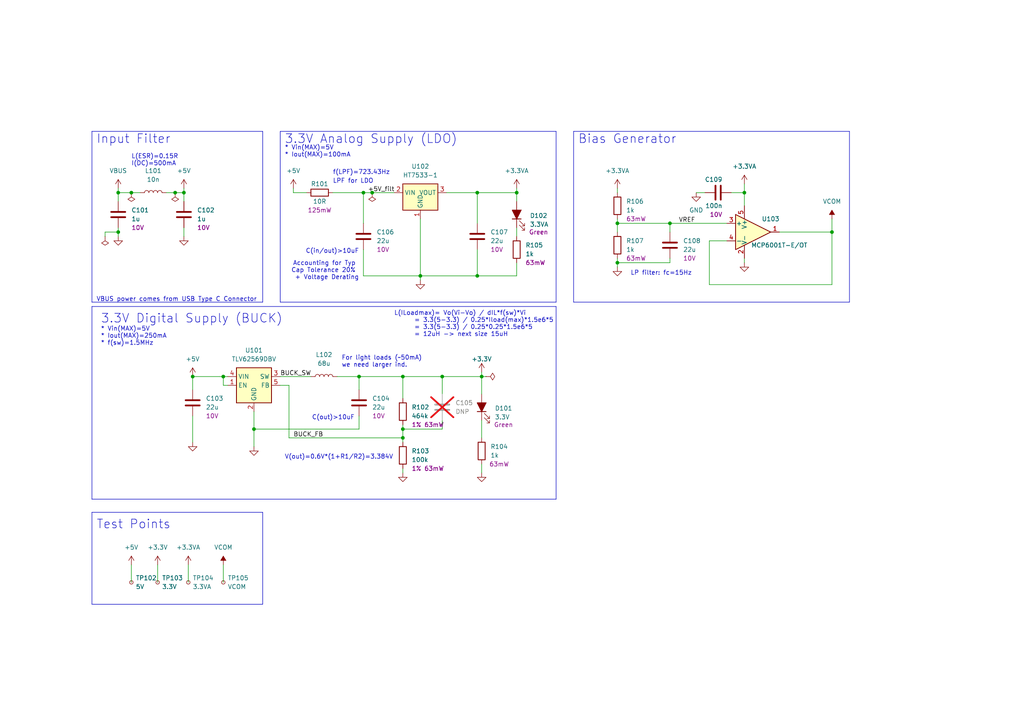
<source format=kicad_sch>
(kicad_sch (version 20230121) (generator eeschema)

  (uuid a1f045aa-63b3-4e35-a966-ab89d6ead7a8)

  (paper "A4")

  (title_block
    (title "STM Audio Board")
    (date "2023-02-03")
    (rev "0.1")
    (company "LP")
  )

  (lib_symbols
    (symbol "Amplifier_Operational:MCP6001-OT" (pin_names (offset 0.127)) (in_bom yes) (on_board yes)
      (property "Reference" "U" (at -1.27 6.35 0)
        (effects (font (size 1.27 1.27)) (justify left))
      )
      (property "Value" "MCP6001-OT" (at -1.27 3.81 0)
        (effects (font (size 1.27 1.27)) (justify left))
      )
      (property "Footprint" "Package_TO_SOT_SMD:SOT-23-5" (at -2.54 -5.08 0)
        (effects (font (size 1.27 1.27)) (justify left) hide)
      )
      (property "Datasheet" "http://ww1.microchip.com/downloads/en/DeviceDoc/21733j.pdf" (at 0 5.08 0)
        (effects (font (size 1.27 1.27)) hide)
      )
      (property "ki_keywords" "single opamp" (at 0 0 0)
        (effects (font (size 1.27 1.27)) hide)
      )
      (property "ki_description" "1MHz, Low-Power Op Amp, SOT-23-5" (at 0 0 0)
        (effects (font (size 1.27 1.27)) hide)
      )
      (property "ki_fp_filters" "SOT?23*" (at 0 0 0)
        (effects (font (size 1.27 1.27)) hide)
      )
      (symbol "MCP6001-OT_0_1"
        (polyline
          (pts
            (xy -5.08 5.08)
            (xy 5.08 0)
            (xy -5.08 -5.08)
            (xy -5.08 5.08)
          )
          (stroke (width 0.254) (type default))
          (fill (type background))
        )
        (pin power_in line (at -2.54 -7.62 90) (length 3.81)
          (name "V-" (effects (font (size 1.27 1.27))))
          (number "2" (effects (font (size 1.27 1.27))))
        )
        (pin power_in line (at -2.54 7.62 270) (length 3.81)
          (name "V+" (effects (font (size 1.27 1.27))))
          (number "5" (effects (font (size 1.27 1.27))))
        )
      )
      (symbol "MCP6001-OT_1_1"
        (pin output line (at 7.62 0 180) (length 2.54)
          (name "~" (effects (font (size 1.27 1.27))))
          (number "1" (effects (font (size 1.27 1.27))))
        )
        (pin input line (at -7.62 2.54 0) (length 2.54)
          (name "+" (effects (font (size 1.27 1.27))))
          (number "3" (effects (font (size 1.27 1.27))))
        )
        (pin input line (at -7.62 -2.54 0) (length 2.54)
          (name "-" (effects (font (size 1.27 1.27))))
          (number "4" (effects (font (size 1.27 1.27))))
        )
      )
    )
    (symbol "Connector:TestPoint_Small" (pin_numbers hide) (pin_names (offset 0.762) hide) (in_bom yes) (on_board yes)
      (property "Reference" "TP" (at 0 3.81 0)
        (effects (font (size 1.27 1.27)))
      )
      (property "Value" "TestPoint_Small" (at 0 2.032 0)
        (effects (font (size 1.27 1.27)))
      )
      (property "Footprint" "" (at 5.08 0 0)
        (effects (font (size 1.27 1.27)) hide)
      )
      (property "Datasheet" "~" (at 5.08 0 0)
        (effects (font (size 1.27 1.27)) hide)
      )
      (property "ki_keywords" "test point tp" (at 0 0 0)
        (effects (font (size 1.27 1.27)) hide)
      )
      (property "ki_description" "test point" (at 0 0 0)
        (effects (font (size 1.27 1.27)) hide)
      )
      (property "ki_fp_filters" "Pin* Test*" (at 0 0 0)
        (effects (font (size 1.27 1.27)) hide)
      )
      (symbol "TestPoint_Small_0_1"
        (circle (center 0 0) (radius 0.508)
          (stroke (width 0) (type default))
          (fill (type none))
        )
      )
      (symbol "TestPoint_Small_1_1"
        (pin passive line (at 0 0 90) (length 0)
          (name "1" (effects (font (size 1.27 1.27))))
          (number "1" (effects (font (size 1.27 1.27))))
        )
      )
    )
    (symbol "Device:C" (pin_numbers hide) (pin_names (offset 0.254)) (in_bom yes) (on_board yes)
      (property "Reference" "C" (at 0.635 2.54 0)
        (effects (font (size 1.27 1.27)) (justify left))
      )
      (property "Value" "C" (at 0.635 -2.54 0)
        (effects (font (size 1.27 1.27)) (justify left))
      )
      (property "Footprint" "" (at 0.9652 -3.81 0)
        (effects (font (size 1.27 1.27)) hide)
      )
      (property "Datasheet" "~" (at 0 0 0)
        (effects (font (size 1.27 1.27)) hide)
      )
      (property "ki_keywords" "cap capacitor" (at 0 0 0)
        (effects (font (size 1.27 1.27)) hide)
      )
      (property "ki_description" "Unpolarized capacitor" (at 0 0 0)
        (effects (font (size 1.27 1.27)) hide)
      )
      (property "ki_fp_filters" "C_*" (at 0 0 0)
        (effects (font (size 1.27 1.27)) hide)
      )
      (symbol "C_0_1"
        (polyline
          (pts
            (xy -2.032 -0.762)
            (xy 2.032 -0.762)
          )
          (stroke (width 0.508) (type default))
          (fill (type none))
        )
        (polyline
          (pts
            (xy -2.032 0.762)
            (xy 2.032 0.762)
          )
          (stroke (width 0.508) (type default))
          (fill (type none))
        )
      )
      (symbol "C_1_1"
        (pin passive line (at 0 3.81 270) (length 2.794)
          (name "~" (effects (font (size 1.27 1.27))))
          (number "1" (effects (font (size 1.27 1.27))))
        )
        (pin passive line (at 0 -3.81 90) (length 2.794)
          (name "~" (effects (font (size 1.27 1.27))))
          (number "2" (effects (font (size 1.27 1.27))))
        )
      )
    )
    (symbol "Device:L" (pin_numbers hide) (pin_names (offset 1.016) hide) (in_bom yes) (on_board yes)
      (property "Reference" "L" (at -1.27 0 90)
        (effects (font (size 1.27 1.27)))
      )
      (property "Value" "L" (at 1.905 0 90)
        (effects (font (size 1.27 1.27)))
      )
      (property "Footprint" "" (at 0 0 0)
        (effects (font (size 1.27 1.27)) hide)
      )
      (property "Datasheet" "~" (at 0 0 0)
        (effects (font (size 1.27 1.27)) hide)
      )
      (property "ki_keywords" "inductor choke coil reactor magnetic" (at 0 0 0)
        (effects (font (size 1.27 1.27)) hide)
      )
      (property "ki_description" "Inductor" (at 0 0 0)
        (effects (font (size 1.27 1.27)) hide)
      )
      (property "ki_fp_filters" "Choke_* *Coil* Inductor_* L_*" (at 0 0 0)
        (effects (font (size 1.27 1.27)) hide)
      )
      (symbol "L_0_1"
        (arc (start 0 -2.54) (mid 0.6323 -1.905) (end 0 -1.27)
          (stroke (width 0) (type default))
          (fill (type none))
        )
        (arc (start 0 -1.27) (mid 0.6323 -0.635) (end 0 0)
          (stroke (width 0) (type default))
          (fill (type none))
        )
        (arc (start 0 0) (mid 0.6323 0.635) (end 0 1.27)
          (stroke (width 0) (type default))
          (fill (type none))
        )
        (arc (start 0 1.27) (mid 0.6323 1.905) (end 0 2.54)
          (stroke (width 0) (type default))
          (fill (type none))
        )
      )
      (symbol "L_1_1"
        (pin passive line (at 0 3.81 270) (length 1.27)
          (name "1" (effects (font (size 1.27 1.27))))
          (number "1" (effects (font (size 1.27 1.27))))
        )
        (pin passive line (at 0 -3.81 90) (length 1.27)
          (name "2" (effects (font (size 1.27 1.27))))
          (number "2" (effects (font (size 1.27 1.27))))
        )
      )
    )
    (symbol "Device:LED_Filled" (pin_numbers hide) (pin_names (offset 1.016) hide) (in_bom yes) (on_board yes)
      (property "Reference" "D" (at 0 2.54 0)
        (effects (font (size 1.27 1.27)))
      )
      (property "Value" "LED_Filled" (at 0 -2.54 0)
        (effects (font (size 1.27 1.27)))
      )
      (property "Footprint" "" (at 0 0 0)
        (effects (font (size 1.27 1.27)) hide)
      )
      (property "Datasheet" "~" (at 0 0 0)
        (effects (font (size 1.27 1.27)) hide)
      )
      (property "ki_keywords" "LED diode" (at 0 0 0)
        (effects (font (size 1.27 1.27)) hide)
      )
      (property "ki_description" "Light emitting diode, filled shape" (at 0 0 0)
        (effects (font (size 1.27 1.27)) hide)
      )
      (property "ki_fp_filters" "LED* LED_SMD:* LED_THT:*" (at 0 0 0)
        (effects (font (size 1.27 1.27)) hide)
      )
      (symbol "LED_Filled_0_1"
        (polyline
          (pts
            (xy -1.27 -1.27)
            (xy -1.27 1.27)
          )
          (stroke (width 0.254) (type default))
          (fill (type none))
        )
        (polyline
          (pts
            (xy -1.27 0)
            (xy 1.27 0)
          )
          (stroke (width 0) (type default))
          (fill (type none))
        )
        (polyline
          (pts
            (xy 1.27 -1.27)
            (xy 1.27 1.27)
            (xy -1.27 0)
            (xy 1.27 -1.27)
          )
          (stroke (width 0.254) (type default))
          (fill (type outline))
        )
        (polyline
          (pts
            (xy -3.048 -0.762)
            (xy -4.572 -2.286)
            (xy -3.81 -2.286)
            (xy -4.572 -2.286)
            (xy -4.572 -1.524)
          )
          (stroke (width 0) (type default))
          (fill (type none))
        )
        (polyline
          (pts
            (xy -1.778 -0.762)
            (xy -3.302 -2.286)
            (xy -2.54 -2.286)
            (xy -3.302 -2.286)
            (xy -3.302 -1.524)
          )
          (stroke (width 0) (type default))
          (fill (type none))
        )
      )
      (symbol "LED_Filled_1_1"
        (pin passive line (at -3.81 0 0) (length 2.54)
          (name "K" (effects (font (size 1.27 1.27))))
          (number "1" (effects (font (size 1.27 1.27))))
        )
        (pin passive line (at 3.81 0 180) (length 2.54)
          (name "A" (effects (font (size 1.27 1.27))))
          (number "2" (effects (font (size 1.27 1.27))))
        )
      )
    )
    (symbol "Device:R" (pin_numbers hide) (pin_names (offset 0)) (in_bom yes) (on_board yes)
      (property "Reference" "R" (at 2.032 0 90)
        (effects (font (size 1.27 1.27)))
      )
      (property "Value" "R" (at 0 0 90)
        (effects (font (size 1.27 1.27)))
      )
      (property "Footprint" "" (at -1.778 0 90)
        (effects (font (size 1.27 1.27)) hide)
      )
      (property "Datasheet" "~" (at 0 0 0)
        (effects (font (size 1.27 1.27)) hide)
      )
      (property "ki_keywords" "R res resistor" (at 0 0 0)
        (effects (font (size 1.27 1.27)) hide)
      )
      (property "ki_description" "Resistor" (at 0 0 0)
        (effects (font (size 1.27 1.27)) hide)
      )
      (property "ki_fp_filters" "R_*" (at 0 0 0)
        (effects (font (size 1.27 1.27)) hide)
      )
      (symbol "R_0_1"
        (rectangle (start -1.016 -2.54) (end 1.016 2.54)
          (stroke (width 0.254) (type default))
          (fill (type none))
        )
      )
      (symbol "R_1_1"
        (pin passive line (at 0 3.81 270) (length 1.27)
          (name "~" (effects (font (size 1.27 1.27))))
          (number "1" (effects (font (size 1.27 1.27))))
        )
        (pin passive line (at 0 -3.81 90) (length 1.27)
          (name "~" (effects (font (size 1.27 1.27))))
          (number "2" (effects (font (size 1.27 1.27))))
        )
      )
    )
    (symbol "Regulator_Linear:HT75xx-1-SOT89" (in_bom yes) (on_board yes)
      (property "Reference" "U" (at -5.08 -3.81 0)
        (effects (font (size 1.27 1.27)) (justify left))
      )
      (property "Value" "HT75xx-1-SOT89" (at 0 6.35 0)
        (effects (font (size 1.27 1.27)))
      )
      (property "Footprint" "Package_TO_SOT_SMD:SOT-89-3" (at 0 8.255 0)
        (effects (font (size 1.27 1.27) italic) hide)
      )
      (property "Datasheet" "https://www.holtek.com/documents/10179/116711/HT75xx-1v250.pdf" (at 0 2.54 0)
        (effects (font (size 1.27 1.27)) hide)
      )
      (property "ki_keywords" "100mA LDO Regulator Fixed Positive" (at 0 0 0)
        (effects (font (size 1.27 1.27)) hide)
      )
      (property "ki_description" "100mA Low Dropout Voltage Regulator, Fixed Output, SOT89" (at 0 0 0)
        (effects (font (size 1.27 1.27)) hide)
      )
      (property "ki_fp_filters" "SOT?89*" (at 0 0 0)
        (effects (font (size 1.27 1.27)) hide)
      )
      (symbol "HT75xx-1-SOT89_0_1"
        (rectangle (start -5.08 5.08) (end 5.08 -2.54)
          (stroke (width 0.254) (type default))
          (fill (type background))
        )
      )
      (symbol "HT75xx-1-SOT89_1_1"
        (pin power_in line (at 0 -5.08 90) (length 2.54)
          (name "GND" (effects (font (size 1.27 1.27))))
          (number "1" (effects (font (size 1.27 1.27))))
        )
        (pin power_in line (at -7.62 2.54 0) (length 2.54)
          (name "VIN" (effects (font (size 1.27 1.27))))
          (number "2" (effects (font (size 1.27 1.27))))
        )
        (pin power_out line (at 7.62 2.54 180) (length 2.54)
          (name "VOUT" (effects (font (size 1.27 1.27))))
          (number "3" (effects (font (size 1.27 1.27))))
        )
      )
    )
    (symbol "Regulator_Switching:TLV62569DBV" (in_bom yes) (on_board yes)
      (property "Reference" "U" (at -5.08 6.35 0)
        (effects (font (size 1.27 1.27)) (justify left))
      )
      (property "Value" "TLV62569DBV" (at 0 6.35 0)
        (effects (font (size 1.27 1.27)) (justify left))
      )
      (property "Footprint" "Package_TO_SOT_SMD:SOT-23-5" (at 1.27 -6.35 0)
        (effects (font (size 1.27 1.27) italic) (justify left) hide)
      )
      (property "Datasheet" "http://www.ti.com/lit/ds/symlink/tlv62569.pdf" (at -6.35 11.43 0)
        (effects (font (size 1.27 1.27)) hide)
      )
      (property "ki_keywords" "Step-Down Buck DC-DC Regulator Adjustable" (at 0 0 0)
        (effects (font (size 1.27 1.27)) hide)
      )
      (property "ki_description" "High Efficiency Synchronous Buck Converter, Adjustable Output 0.6V-5.5V, 2A, SOT-23-5" (at 0 0 0)
        (effects (font (size 1.27 1.27)) hide)
      )
      (property "ki_fp_filters" "SOT?23*" (at 0 0 0)
        (effects (font (size 1.27 1.27)) hide)
      )
      (symbol "TLV62569DBV_0_1"
        (rectangle (start -5.08 5.08) (end 5.08 -5.08)
          (stroke (width 0.254) (type default))
          (fill (type background))
        )
      )
      (symbol "TLV62569DBV_1_1"
        (pin input line (at -7.62 0 0) (length 2.54)
          (name "EN" (effects (font (size 1.27 1.27))))
          (number "1" (effects (font (size 1.27 1.27))))
        )
        (pin power_in line (at 0 -7.62 90) (length 2.54)
          (name "GND" (effects (font (size 1.27 1.27))))
          (number "2" (effects (font (size 1.27 1.27))))
        )
        (pin power_out line (at 7.62 2.54 180) (length 2.54)
          (name "SW" (effects (font (size 1.27 1.27))))
          (number "3" (effects (font (size 1.27 1.27))))
        )
        (pin power_in line (at -7.62 2.54 0) (length 2.54)
          (name "VIN" (effects (font (size 1.27 1.27))))
          (number "4" (effects (font (size 1.27 1.27))))
        )
        (pin input line (at 7.62 0 180) (length 2.54)
          (name "FB" (effects (font (size 1.27 1.27))))
          (number "5" (effects (font (size 1.27 1.27))))
        )
      )
    )
    (symbol "power:+3.3V" (power) (pin_names (offset 0)) (in_bom yes) (on_board yes)
      (property "Reference" "#PWR" (at 0 -3.81 0)
        (effects (font (size 1.27 1.27)) hide)
      )
      (property "Value" "+3.3V" (at 0 3.556 0)
        (effects (font (size 1.27 1.27)))
      )
      (property "Footprint" "" (at 0 0 0)
        (effects (font (size 1.27 1.27)) hide)
      )
      (property "Datasheet" "" (at 0 0 0)
        (effects (font (size 1.27 1.27)) hide)
      )
      (property "ki_keywords" "global power" (at 0 0 0)
        (effects (font (size 1.27 1.27)) hide)
      )
      (property "ki_description" "Power symbol creates a global label with name \"+3.3V\"" (at 0 0 0)
        (effects (font (size 1.27 1.27)) hide)
      )
      (symbol "+3.3V_0_1"
        (polyline
          (pts
            (xy -0.762 1.27)
            (xy 0 2.54)
          )
          (stroke (width 0) (type default))
          (fill (type none))
        )
        (polyline
          (pts
            (xy 0 0)
            (xy 0 2.54)
          )
          (stroke (width 0) (type default))
          (fill (type none))
        )
        (polyline
          (pts
            (xy 0 2.54)
            (xy 0.762 1.27)
          )
          (stroke (width 0) (type default))
          (fill (type none))
        )
      )
      (symbol "+3.3V_1_1"
        (pin power_in line (at 0 0 90) (length 0) hide
          (name "+3.3V" (effects (font (size 1.27 1.27))))
          (number "1" (effects (font (size 1.27 1.27))))
        )
      )
    )
    (symbol "power:+3.3VA" (power) (pin_names (offset 0)) (in_bom yes) (on_board yes)
      (property "Reference" "#PWR" (at 0 -3.81 0)
        (effects (font (size 1.27 1.27)) hide)
      )
      (property "Value" "+3.3VA" (at 0 3.556 0)
        (effects (font (size 1.27 1.27)))
      )
      (property "Footprint" "" (at 0 0 0)
        (effects (font (size 1.27 1.27)) hide)
      )
      (property "Datasheet" "" (at 0 0 0)
        (effects (font (size 1.27 1.27)) hide)
      )
      (property "ki_keywords" "global power" (at 0 0 0)
        (effects (font (size 1.27 1.27)) hide)
      )
      (property "ki_description" "Power symbol creates a global label with name \"+3.3VA\"" (at 0 0 0)
        (effects (font (size 1.27 1.27)) hide)
      )
      (symbol "+3.3VA_0_1"
        (polyline
          (pts
            (xy -0.762 1.27)
            (xy 0 2.54)
          )
          (stroke (width 0) (type default))
          (fill (type none))
        )
        (polyline
          (pts
            (xy 0 0)
            (xy 0 2.54)
          )
          (stroke (width 0) (type default))
          (fill (type none))
        )
        (polyline
          (pts
            (xy 0 2.54)
            (xy 0.762 1.27)
          )
          (stroke (width 0) (type default))
          (fill (type none))
        )
      )
      (symbol "+3.3VA_1_1"
        (pin power_in line (at 0 0 90) (length 0) hide
          (name "+3.3VA" (effects (font (size 1.27 1.27))))
          (number "1" (effects (font (size 1.27 1.27))))
        )
      )
    )
    (symbol "power:+5V" (power) (pin_names (offset 0)) (in_bom yes) (on_board yes)
      (property "Reference" "#PWR" (at 0 -3.81 0)
        (effects (font (size 1.27 1.27)) hide)
      )
      (property "Value" "+5V" (at 0 3.556 0)
        (effects (font (size 1.27 1.27)))
      )
      (property "Footprint" "" (at 0 0 0)
        (effects (font (size 1.27 1.27)) hide)
      )
      (property "Datasheet" "" (at 0 0 0)
        (effects (font (size 1.27 1.27)) hide)
      )
      (property "ki_keywords" "global power" (at 0 0 0)
        (effects (font (size 1.27 1.27)) hide)
      )
      (property "ki_description" "Power symbol creates a global label with name \"+5V\"" (at 0 0 0)
        (effects (font (size 1.27 1.27)) hide)
      )
      (symbol "+5V_0_1"
        (polyline
          (pts
            (xy -0.762 1.27)
            (xy 0 2.54)
          )
          (stroke (width 0) (type default))
          (fill (type none))
        )
        (polyline
          (pts
            (xy 0 0)
            (xy 0 2.54)
          )
          (stroke (width 0) (type default))
          (fill (type none))
        )
        (polyline
          (pts
            (xy 0 2.54)
            (xy 0.762 1.27)
          )
          (stroke (width 0) (type default))
          (fill (type none))
        )
      )
      (symbol "+5V_1_1"
        (pin power_in line (at 0 0 90) (length 0) hide
          (name "+5V" (effects (font (size 1.27 1.27))))
          (number "1" (effects (font (size 1.27 1.27))))
        )
      )
    )
    (symbol "power:GND" (power) (pin_names (offset 0)) (in_bom yes) (on_board yes)
      (property "Reference" "#PWR" (at 0 -6.35 0)
        (effects (font (size 1.27 1.27)) hide)
      )
      (property "Value" "GND" (at 0 -3.81 0)
        (effects (font (size 1.27 1.27)))
      )
      (property "Footprint" "" (at 0 0 0)
        (effects (font (size 1.27 1.27)) hide)
      )
      (property "Datasheet" "" (at 0 0 0)
        (effects (font (size 1.27 1.27)) hide)
      )
      (property "ki_keywords" "global power" (at 0 0 0)
        (effects (font (size 1.27 1.27)) hide)
      )
      (property "ki_description" "Power symbol creates a global label with name \"GND\" , ground" (at 0 0 0)
        (effects (font (size 1.27 1.27)) hide)
      )
      (symbol "GND_0_1"
        (polyline
          (pts
            (xy 0 0)
            (xy 0 -1.27)
            (xy 1.27 -1.27)
            (xy 0 -2.54)
            (xy -1.27 -1.27)
            (xy 0 -1.27)
          )
          (stroke (width 0) (type default))
          (fill (type none))
        )
      )
      (symbol "GND_1_1"
        (pin power_in line (at 0 0 270) (length 0) hide
          (name "GND" (effects (font (size 1.27 1.27))))
          (number "1" (effects (font (size 1.27 1.27))))
        )
      )
    )
    (symbol "power:PWR_FLAG" (power) (pin_numbers hide) (pin_names (offset 0) hide) (in_bom yes) (on_board yes)
      (property "Reference" "#FLG" (at 0 1.905 0)
        (effects (font (size 1.27 1.27)) hide)
      )
      (property "Value" "PWR_FLAG" (at 0 3.81 0)
        (effects (font (size 1.27 1.27)))
      )
      (property "Footprint" "" (at 0 0 0)
        (effects (font (size 1.27 1.27)) hide)
      )
      (property "Datasheet" "~" (at 0 0 0)
        (effects (font (size 1.27 1.27)) hide)
      )
      (property "ki_keywords" "flag power" (at 0 0 0)
        (effects (font (size 1.27 1.27)) hide)
      )
      (property "ki_description" "Special symbol for telling ERC where power comes from" (at 0 0 0)
        (effects (font (size 1.27 1.27)) hide)
      )
      (symbol "PWR_FLAG_0_0"
        (pin power_out line (at 0 0 90) (length 0)
          (name "pwr" (effects (font (size 1.27 1.27))))
          (number "1" (effects (font (size 1.27 1.27))))
        )
      )
      (symbol "PWR_FLAG_0_1"
        (polyline
          (pts
            (xy 0 0)
            (xy 0 1.27)
            (xy -1.016 1.905)
            (xy 0 2.54)
            (xy 1.016 1.905)
            (xy 0 1.27)
          )
          (stroke (width 0) (type default))
          (fill (type none))
        )
      )
    )
    (symbol "power:VBUS" (power) (pin_names (offset 0)) (in_bom yes) (on_board yes)
      (property "Reference" "#PWR" (at 0 -3.81 0)
        (effects (font (size 1.27 1.27)) hide)
      )
      (property "Value" "VBUS" (at 0 3.81 0)
        (effects (font (size 1.27 1.27)))
      )
      (property "Footprint" "" (at 0 0 0)
        (effects (font (size 1.27 1.27)) hide)
      )
      (property "Datasheet" "" (at 0 0 0)
        (effects (font (size 1.27 1.27)) hide)
      )
      (property "ki_keywords" "global power" (at 0 0 0)
        (effects (font (size 1.27 1.27)) hide)
      )
      (property "ki_description" "Power symbol creates a global label with name \"VBUS\"" (at 0 0 0)
        (effects (font (size 1.27 1.27)) hide)
      )
      (symbol "VBUS_0_1"
        (polyline
          (pts
            (xy -0.762 1.27)
            (xy 0 2.54)
          )
          (stroke (width 0) (type default))
          (fill (type none))
        )
        (polyline
          (pts
            (xy 0 0)
            (xy 0 2.54)
          )
          (stroke (width 0) (type default))
          (fill (type none))
        )
        (polyline
          (pts
            (xy 0 2.54)
            (xy 0.762 1.27)
          )
          (stroke (width 0) (type default))
          (fill (type none))
        )
      )
      (symbol "VBUS_1_1"
        (pin power_in line (at 0 0 90) (length 0) hide
          (name "VBUS" (effects (font (size 1.27 1.27))))
          (number "1" (effects (font (size 1.27 1.27))))
        )
      )
    )
    (symbol "power:VCOM" (power) (pin_names (offset 0)) (in_bom yes) (on_board yes)
      (property "Reference" "#PWR" (at 0 -3.81 0)
        (effects (font (size 1.27 1.27)) hide)
      )
      (property "Value" "VCOM" (at 0 3.81 0)
        (effects (font (size 1.27 1.27)))
      )
      (property "Footprint" "" (at 0 0 0)
        (effects (font (size 1.27 1.27)) hide)
      )
      (property "Datasheet" "" (at 0 0 0)
        (effects (font (size 1.27 1.27)) hide)
      )
      (property "ki_keywords" "global power" (at 0 0 0)
        (effects (font (size 1.27 1.27)) hide)
      )
      (property "ki_description" "Power symbol creates a global label with name \"VCOM\"" (at 0 0 0)
        (effects (font (size 1.27 1.27)) hide)
      )
      (symbol "VCOM_0_1"
        (polyline
          (pts
            (xy 0 0)
            (xy 0 2.54)
          )
          (stroke (width 0) (type default))
          (fill (type none))
        )
        (polyline
          (pts
            (xy 0.762 1.27)
            (xy -0.762 1.27)
            (xy 0 2.54)
            (xy 0.762 1.27)
          )
          (stroke (width 0) (type default))
          (fill (type outline))
        )
      )
      (symbol "VCOM_1_1"
        (pin power_in line (at 0 0 90) (length 0) hide
          (name "VCOM" (effects (font (size 1.27 1.27))))
          (number "1" (effects (font (size 1.27 1.27))))
        )
      )
    )
  )

  (junction (at 107.95 55.88) (diameter 0) (color 0 0 0 0)
    (uuid 0821409b-1a5c-4d2c-af54-f8ffd30c3f9f)
  )
  (junction (at 138.43 80.01) (diameter 0) (color 0 0 0 0)
    (uuid 0cc85588-3cca-40b3-b5fb-0cd87e5f4237)
  )
  (junction (at 215.9 55.88) (diameter 0) (color 0 0 0 0)
    (uuid 1262591a-0f7d-4909-bafd-5125deb9c07c)
  )
  (junction (at 34.29 55.88) (diameter 0) (color 0 0 0 0)
    (uuid 33202a54-ddb1-491d-a266-b2b32dacabf8)
  )
  (junction (at 116.84 124.46) (diameter 0) (color 0 0 0 0)
    (uuid 33a1088e-4a11-46fa-b08f-c57cc7d9dd23)
  )
  (junction (at 105.41 55.88) (diameter 0) (color 0 0 0 0)
    (uuid 4569b941-4951-4a2a-8abb-2429c142a4d1)
  )
  (junction (at 34.29 67.31) (diameter 0) (color 0 0 0 0)
    (uuid 458597f9-a31a-42a1-8182-610ec6f7b5ab)
  )
  (junction (at 121.92 80.01) (diameter 0) (color 0 0 0 0)
    (uuid 466df403-ba3d-40a2-9465-d2f2c5f46c81)
  )
  (junction (at 104.14 109.22) (diameter 0) (color 0 0 0 0)
    (uuid 484fb771-4328-4142-bdc9-b5e7233df1e2)
  )
  (junction (at 50.8 55.88) (diameter 0) (color 0 0 0 0)
    (uuid 505df8e1-519e-48f0-b3e3-09831ee96954)
  )
  (junction (at 179.07 76.2) (diameter 0) (color 0 0 0 0)
    (uuid 51f48497-ef99-4c25-829c-f184551d6652)
  )
  (junction (at 73.66 124.46) (diameter 0) (color 0 0 0 0)
    (uuid 5a5ea99e-1ef7-48a2-8f46-794b9e709378)
  )
  (junction (at 179.07 64.77) (diameter 0) (color 0 0 0 0)
    (uuid 73e2e3f4-5cd8-4cd0-b2b3-007e8bd66d3c)
  )
  (junction (at 116.84 109.22) (diameter 0) (color 0 0 0 0)
    (uuid 7db16e21-050a-4fda-baa4-325f54862c42)
  )
  (junction (at 116.84 127) (diameter 0) (color 0 0 0 0)
    (uuid 87a20e1a-6e90-4f26-b0b9-2c3372456073)
  )
  (junction (at 139.7 109.22) (diameter 0) (color 0 0 0 0)
    (uuid 944300b8-a688-4e53-ab7a-d6b89cde00a7)
  )
  (junction (at 64.77 109.22) (diameter 0) (color 0 0 0 0)
    (uuid ae3fa5cb-48d0-4083-88ca-8fc47f0948d1)
  )
  (junction (at 149.86 55.88) (diameter 0) (color 0 0 0 0)
    (uuid b0639f03-f6c8-4c26-9a78-b3264f6cae05)
  )
  (junction (at 55.88 109.22) (diameter 0) (color 0 0 0 0)
    (uuid b187ba60-8c3c-41b8-9138-ddc33072cf8f)
  )
  (junction (at 138.43 55.88) (diameter 0) (color 0 0 0 0)
    (uuid b773dd08-a552-4439-bc15-3b92e8ac9731)
  )
  (junction (at 194.31 64.77) (diameter 0) (color 0 0 0 0)
    (uuid bb284d9d-12dd-499b-a9dc-17760374c838)
  )
  (junction (at 241.3 67.31) (diameter 0) (color 0 0 0 0)
    (uuid cd7ca410-bada-432c-b211-976e9f277c9d)
  )
  (junction (at 38.1 55.88) (diameter 0) (color 0 0 0 0)
    (uuid f353dde0-d7b9-44d8-848d-bb4528683cd8)
  )
  (junction (at 53.34 55.88) (diameter 0) (color 0 0 0 0)
    (uuid f99fc8fc-a621-4037-ae87-9d8eabd56d12)
  )
  (junction (at 128.27 109.22) (diameter 0) (color 0 0 0 0)
    (uuid fbb07b38-9ed7-40ad-955a-27c7ec0428fb)
  )

  (wire (pts (xy 149.86 76.2) (xy 149.86 80.01))
    (stroke (width 0) (type default))
    (uuid 003d3561-4442-4fb8-b1cd-981779608f9f)
  )
  (wire (pts (xy 194.31 76.2) (xy 179.07 76.2))
    (stroke (width 0) (type default))
    (uuid 061087d6-82ca-4cf7-9ba6-cf74f19122b8)
  )
  (wire (pts (xy 212.09 55.88) (xy 215.9 55.88))
    (stroke (width 0) (type default))
    (uuid 093d1eb3-b45c-421b-8ebe-b9ccfc19f68c)
  )
  (wire (pts (xy 241.3 63.5) (xy 241.3 67.31))
    (stroke (width 0) (type default))
    (uuid 0a9f8146-8ebc-4f25-b2ce-0395ecd77dd6)
  )
  (wire (pts (xy 83.82 127) (xy 116.84 127))
    (stroke (width 0) (type default))
    (uuid 0c7dd910-267b-43fb-8f1e-983d8672d6e5)
  )
  (wire (pts (xy 105.41 55.88) (xy 105.41 64.77))
    (stroke (width 0) (type default))
    (uuid 0dc29dbe-9760-4c8e-a02e-6c663ab4cd32)
  )
  (polyline (pts (xy 166.37 87.63) (xy 246.38 87.63))
    (stroke (width 0) (type default))
    (uuid 0e8552a9-9066-4592-9d92-964850b63e9f)
  )

  (wire (pts (xy 66.04 111.76) (xy 64.77 111.76))
    (stroke (width 0) (type default))
    (uuid 12611b7a-7a84-4682-b06d-69bc23c4ddfc)
  )
  (wire (pts (xy 53.34 68.58) (xy 53.34 66.04))
    (stroke (width 0) (type default))
    (uuid 15f108c0-a808-459d-b7f9-e8b932d77641)
  )
  (wire (pts (xy 149.86 54.61) (xy 149.86 55.88))
    (stroke (width 0) (type default))
    (uuid 17393b62-f6cd-4436-a883-bb325afa28ed)
  )
  (polyline (pts (xy 26.67 38.1) (xy 76.2 38.1))
    (stroke (width 0) (type default))
    (uuid 1a24ea35-31cc-48ea-9bc2-b8db9aa25754)
  )

  (wire (pts (xy 179.07 74.93) (xy 179.07 76.2))
    (stroke (width 0) (type default))
    (uuid 1d43da03-57d9-421e-b830-4d1adc20dc4e)
  )
  (polyline (pts (xy 161.29 144.78) (xy 161.29 88.9))
    (stroke (width 0) (type default))
    (uuid 249df31a-73ac-480b-a3c2-b65b7e487dae)
  )

  (wire (pts (xy 116.84 109.22) (xy 128.27 109.22))
    (stroke (width 0) (type default))
    (uuid 25dfc613-77d4-4cf3-995b-b563e793e641)
  )
  (wire (pts (xy 105.41 80.01) (xy 121.92 80.01))
    (stroke (width 0) (type default))
    (uuid 286d2c55-d88d-4e71-bf6a-4185f036ccbc)
  )
  (polyline (pts (xy 161.29 87.63) (xy 161.29 38.1))
    (stroke (width 0) (type default))
    (uuid 2b3edbca-2fb5-4c8d-bb74-598658a627df)
  )
  (polyline (pts (xy 26.67 148.59) (xy 26.67 175.26))
    (stroke (width 0) (type default))
    (uuid 2c323d96-b2fa-4433-8301-db54aa07283c)
  )

  (wire (pts (xy 179.07 55.88) (xy 179.07 54.61))
    (stroke (width 0) (type default))
    (uuid 2c69812c-a6e0-43be-9d68-302c1f5ca1c8)
  )
  (wire (pts (xy 48.26 55.88) (xy 50.8 55.88))
    (stroke (width 0) (type default))
    (uuid 2e0355e5-8cf8-4fb6-91ba-fe81436a221a)
  )
  (wire (pts (xy 121.92 80.01) (xy 121.92 81.28))
    (stroke (width 0) (type default))
    (uuid 2e56601d-e012-4f4e-81ee-66780e24c66e)
  )
  (wire (pts (xy 205.74 69.85) (xy 205.74 82.55))
    (stroke (width 0) (type default))
    (uuid 2fdaa493-d990-43c4-b525-48cdb66f4f0e)
  )
  (wire (pts (xy 88.9 55.88) (xy 85.09 55.88))
    (stroke (width 0) (type default))
    (uuid 32453237-8cc3-43c6-8612-7f84a963dd95)
  )
  (wire (pts (xy 30.48 67.31) (xy 30.48 68.58))
    (stroke (width 0) (type default))
    (uuid 33e4abf1-e9b7-4939-ae03-b5e28777f6f4)
  )
  (wire (pts (xy 210.82 69.85) (xy 205.74 69.85))
    (stroke (width 0) (type default))
    (uuid 3aea0c3e-1bca-48cb-b9e5-c1b82bd6dda7)
  )
  (wire (pts (xy 128.27 124.46) (xy 116.84 124.46))
    (stroke (width 0) (type default))
    (uuid 3be31d27-f9eb-4fcd-9f2f-ee796d92c96c)
  )
  (wire (pts (xy 149.86 80.01) (xy 138.43 80.01))
    (stroke (width 0) (type default))
    (uuid 3f421643-afa3-4d4d-95bb-84ae5e122b8f)
  )
  (wire (pts (xy 105.41 72.39) (xy 105.41 80.01))
    (stroke (width 0) (type default))
    (uuid 40baeda7-7e7d-47c9-89f9-a5b9e597e3ca)
  )
  (polyline (pts (xy 26.67 144.78) (xy 161.29 144.78))
    (stroke (width 0) (type default))
    (uuid 41e36813-47f8-4296-9fbe-956c21fd7350)
  )

  (wire (pts (xy 140.97 109.22) (xy 139.7 109.22))
    (stroke (width 0) (type default))
    (uuid 46fb6ed2-e966-4e3e-8e0e-aae2c1fc568a)
  )
  (wire (pts (xy 83.82 111.76) (xy 83.82 127))
    (stroke (width 0) (type default))
    (uuid 4b2b16d3-38b2-40b5-8729-5185e5e72bbc)
  )
  (polyline (pts (xy 26.67 38.1) (xy 26.67 87.63))
    (stroke (width 0) (type default))
    (uuid 4b506554-1157-46f1-a5b3-5bdd4ddcafd5)
  )

  (wire (pts (xy 64.77 111.76) (xy 64.77 109.22))
    (stroke (width 0) (type default))
    (uuid 4e89a99e-3f42-4dad-8fe6-ea8e06e07398)
  )
  (wire (pts (xy 241.3 67.31) (xy 241.3 82.55))
    (stroke (width 0) (type default))
    (uuid 4e90dc86-8048-440d-981b-bef103551d13)
  )
  (wire (pts (xy 55.88 109.22) (xy 64.77 109.22))
    (stroke (width 0) (type default))
    (uuid 56668f1f-6420-44ef-893c-b216bfe13998)
  )
  (wire (pts (xy 128.27 114.3) (xy 128.27 109.22))
    (stroke (width 0) (type default))
    (uuid 591deb1d-e829-4e00-aeb3-1fd9b772835a)
  )
  (wire (pts (xy 128.27 109.22) (xy 139.7 109.22))
    (stroke (width 0) (type default))
    (uuid 5a45f040-cbf8-4905-b8c7-d30d6e273047)
  )
  (wire (pts (xy 194.31 64.77) (xy 179.07 64.77))
    (stroke (width 0) (type default))
    (uuid 5a756119-24bb-484d-bdee-2c56ec3a97be)
  )
  (wire (pts (xy 179.07 67.31) (xy 179.07 64.77))
    (stroke (width 0) (type default))
    (uuid 5a7eda6e-6bfe-4493-8ac2-92d8647b935c)
  )
  (wire (pts (xy 149.86 58.42) (xy 149.86 55.88))
    (stroke (width 0) (type default))
    (uuid 5aa16c3d-1dd8-424a-9be6-5ea184c38dba)
  )
  (wire (pts (xy 55.88 120.65) (xy 55.88 128.27))
    (stroke (width 0) (type default))
    (uuid 5c07e4e9-44d0-4936-8df2-a250fa260d87)
  )
  (polyline (pts (xy 246.38 87.63) (xy 246.38 38.1))
    (stroke (width 0) (type default))
    (uuid 5df5c0d0-e667-46be-b649-0517ed4c7cf7)
  )
  (polyline (pts (xy 26.67 148.59) (xy 76.2 148.59))
    (stroke (width 0) (type default))
    (uuid 606d4320-386e-4d9c-bd9d-3aa3d5c8fec9)
  )

  (wire (pts (xy 128.27 121.92) (xy 128.27 124.46))
    (stroke (width 0) (type default))
    (uuid 6104fc7c-dada-452f-8889-4cfb3b0d1892)
  )
  (wire (pts (xy 215.9 59.69) (xy 215.9 55.88))
    (stroke (width 0) (type default))
    (uuid 66209b3a-fcf0-4504-99ca-84c85ec2d5da)
  )
  (wire (pts (xy 204.47 55.88) (xy 201.93 55.88))
    (stroke (width 0) (type default))
    (uuid 6a135138-cd9e-4f6f-997d-906340143def)
  )
  (wire (pts (xy 81.28 109.22) (xy 90.17 109.22))
    (stroke (width 0) (type default))
    (uuid 6b189eab-69d5-4df6-bacb-404b91a286ae)
  )
  (wire (pts (xy 138.43 55.88) (xy 138.43 64.77))
    (stroke (width 0) (type default))
    (uuid 70edd7df-0eb7-4711-9648-a3cee1ec836d)
  )
  (wire (pts (xy 226.06 67.31) (xy 241.3 67.31))
    (stroke (width 0) (type default))
    (uuid 73815fb9-21a8-4954-a563-a4348262930b)
  )
  (wire (pts (xy 34.29 54.61) (xy 34.29 55.88))
    (stroke (width 0) (type default))
    (uuid 73dadf7f-1683-467a-ba68-f679df0b1074)
  )
  (wire (pts (xy 66.04 109.22) (xy 64.77 109.22))
    (stroke (width 0) (type default))
    (uuid 744a8704-7391-416d-9c0a-4d1935d57537)
  )
  (polyline (pts (xy 81.28 38.1) (xy 81.28 87.63))
    (stroke (width 0) (type default))
    (uuid 765febd0-bfb7-49c9-ad41-abec8a3d2794)
  )

  (wire (pts (xy 194.31 74.93) (xy 194.31 76.2))
    (stroke (width 0) (type default))
    (uuid 76fd0701-a51f-45ac-b5b8-1c1d19236aff)
  )
  (wire (pts (xy 45.72 163.83) (xy 45.72 168.91))
    (stroke (width 0) (type default))
    (uuid 79355ba1-7c1a-40e0-a86e-b01f7a3e3c27)
  )
  (wire (pts (xy 149.86 66.04) (xy 149.86 68.58))
    (stroke (width 0) (type default))
    (uuid 7f06e424-c94b-43c0-8ce5-3e6f0f0ebfed)
  )
  (polyline (pts (xy 26.67 175.26) (xy 76.2 175.26))
    (stroke (width 0) (type default))
    (uuid 805b2ad3-ad22-4629-81e0-abc4829f8ada)
  )

  (wire (pts (xy 139.7 109.22) (xy 139.7 107.95))
    (stroke (width 0) (type default))
    (uuid 82f67b55-eb38-4faf-b39d-0a593b62de3e)
  )
  (wire (pts (xy 73.66 129.54) (xy 73.66 124.46))
    (stroke (width 0) (type default))
    (uuid 864025ba-e03a-4b12-9296-87bd05bda8a8)
  )
  (polyline (pts (xy 26.67 88.9) (xy 26.67 144.78))
    (stroke (width 0) (type default))
    (uuid 8823d204-b794-46d5-80ae-28dd565aebdc)
  )

  (wire (pts (xy 53.34 55.88) (xy 53.34 58.42))
    (stroke (width 0) (type default))
    (uuid 890728f1-d612-4156-be37-e05267ad0f68)
  )
  (wire (pts (xy 64.77 163.83) (xy 64.77 168.91))
    (stroke (width 0) (type default))
    (uuid 8ffb3b88-e17b-4713-aa19-4cd321b15a8a)
  )
  (wire (pts (xy 129.54 55.88) (xy 138.43 55.88))
    (stroke (width 0) (type default))
    (uuid 9150f5bd-6385-4bdd-a4db-6322ff066fc0)
  )
  (polyline (pts (xy 26.67 88.9) (xy 161.29 88.9))
    (stroke (width 0) (type default))
    (uuid 92218020-0020-4d8b-a663-146f07380577)
  )

  (wire (pts (xy 138.43 72.39) (xy 138.43 80.01))
    (stroke (width 0) (type default))
    (uuid 95070b34-33b1-4008-944b-1dc09aaf1e19)
  )
  (wire (pts (xy 194.31 67.31) (xy 194.31 64.77))
    (stroke (width 0) (type default))
    (uuid 95c90e5e-3585-46d7-8e88-e4ea8b522b12)
  )
  (wire (pts (xy 116.84 123.19) (xy 116.84 124.46))
    (stroke (width 0) (type default))
    (uuid 9755f9f9-8455-4cb3-819c-568ed49af26a)
  )
  (wire (pts (xy 85.09 55.88) (xy 85.09 54.61))
    (stroke (width 0) (type default))
    (uuid 99a35024-9ac9-4eea-bdd8-2dfac88d68cb)
  )
  (wire (pts (xy 34.29 68.58) (xy 34.29 67.31))
    (stroke (width 0) (type default))
    (uuid 99a5ec1d-b960-4edd-bb0e-20e8bb9adf5e)
  )
  (wire (pts (xy 104.14 124.46) (xy 73.66 124.46))
    (stroke (width 0) (type default))
    (uuid 9c6d9b9e-c758-4bc3-b7f3-ec62af66f0bc)
  )
  (wire (pts (xy 73.66 119.38) (xy 73.66 124.46))
    (stroke (width 0) (type default))
    (uuid 9cfa291d-215b-407b-980b-42a7c3f7eca7)
  )
  (wire (pts (xy 34.29 55.88) (xy 38.1 55.88))
    (stroke (width 0) (type default))
    (uuid 9ddbc69a-e105-4b89-aec1-be6de7ef839d)
  )
  (wire (pts (xy 34.29 67.31) (xy 34.29 66.04))
    (stroke (width 0) (type default))
    (uuid a41a344a-9664-4c01-86ac-6e3f612f3298)
  )
  (wire (pts (xy 215.9 55.88) (xy 215.9 53.34))
    (stroke (width 0) (type default))
    (uuid a5a92965-1bf7-4130-b024-eb6d53e7729a)
  )
  (wire (pts (xy 139.7 121.92) (xy 139.7 127))
    (stroke (width 0) (type default))
    (uuid a5ca4a2b-e77d-496b-a3ef-434f367acb18)
  )
  (wire (pts (xy 116.84 127) (xy 116.84 124.46))
    (stroke (width 0) (type default))
    (uuid aad168dc-3751-4233-900f-f35eb30609ca)
  )
  (wire (pts (xy 53.34 54.61) (xy 53.34 55.88))
    (stroke (width 0) (type default))
    (uuid ab39ea1b-181f-49f3-bb44-b8f91251d20f)
  )
  (wire (pts (xy 50.8 55.88) (xy 53.34 55.88))
    (stroke (width 0) (type default))
    (uuid add8e810-1364-4891-bb12-c2a832d295d9)
  )
  (wire (pts (xy 55.88 109.22) (xy 55.88 113.03))
    (stroke (width 0) (type default))
    (uuid b5240806-c8c8-482e-929b-103428fa5533)
  )
  (wire (pts (xy 116.84 127) (xy 116.84 128.27))
    (stroke (width 0) (type default))
    (uuid b60e4f8a-9d55-4d73-b341-f8ab6b7cf3b8)
  )
  (wire (pts (xy 179.07 76.2) (xy 179.07 77.47))
    (stroke (width 0) (type default))
    (uuid bd6030db-97e3-4b60-aab8-fdd2e5547357)
  )
  (wire (pts (xy 104.14 120.65) (xy 104.14 124.46))
    (stroke (width 0) (type default))
    (uuid c2cd7d0e-0650-41b9-a8fd-7a0eeff4c935)
  )
  (wire (pts (xy 116.84 135.89) (xy 116.84 137.16))
    (stroke (width 0) (type default))
    (uuid c378b4be-0946-49ab-bb30-5639ac2e5e81)
  )
  (wire (pts (xy 139.7 134.62) (xy 139.7 137.16))
    (stroke (width 0) (type default))
    (uuid c6cd4823-2d9e-4612-8fcc-d4d032263f1c)
  )
  (wire (pts (xy 210.82 64.77) (xy 194.31 64.77))
    (stroke (width 0) (type default))
    (uuid c829e702-f858-4df7-a7b1-649c0044b8c5)
  )
  (wire (pts (xy 105.41 55.88) (xy 107.95 55.88))
    (stroke (width 0) (type default))
    (uuid c8f4c9a1-89bf-47d7-9280-98754423c0df)
  )
  (wire (pts (xy 81.28 111.76) (xy 83.82 111.76))
    (stroke (width 0) (type default))
    (uuid c90b850b-9bd9-435f-aaa2-6cf6666c90c8)
  )
  (wire (pts (xy 97.79 109.22) (xy 104.14 109.22))
    (stroke (width 0) (type default))
    (uuid cac0beb9-24dd-47fa-a5a5-e58d6447c583)
  )
  (wire (pts (xy 116.84 115.57) (xy 116.84 109.22))
    (stroke (width 0) (type default))
    (uuid cda8369d-dfbb-4038-ab5e-d3e59e0c5bdd)
  )
  (wire (pts (xy 138.43 55.88) (xy 149.86 55.88))
    (stroke (width 0) (type default))
    (uuid cfa6a67d-11d2-4fa6-baa3-204cf1d57d6c)
  )
  (wire (pts (xy 139.7 109.22) (xy 139.7 114.3))
    (stroke (width 0) (type default))
    (uuid d0191bb5-c43f-4d7d-8db4-dfc6ebbd9f72)
  )
  (polyline (pts (xy 26.67 87.63) (xy 76.2 87.63))
    (stroke (width 0) (type default))
    (uuid d1cf1429-fdcb-4fc9-af8f-001c0488c350)
  )

  (wire (pts (xy 38.1 163.83) (xy 38.1 168.91))
    (stroke (width 0) (type default))
    (uuid d29eef80-b74a-42da-ae14-963d32424b29)
  )
  (wire (pts (xy 104.14 109.22) (xy 104.14 113.03))
    (stroke (width 0) (type default))
    (uuid d56d7f90-a387-4cec-b413-ce17cf1d508b)
  )
  (wire (pts (xy 54.61 163.83) (xy 54.61 168.91))
    (stroke (width 0) (type default))
    (uuid d6da9ce1-af9c-43e8-a358-9e976e01bb0e)
  )
  (polyline (pts (xy 166.37 38.1) (xy 166.37 87.63))
    (stroke (width 0) (type default))
    (uuid d98f5f26-22c2-4f24-95a0-3495b24736bd)
  )
  (polyline (pts (xy 81.28 87.63) (xy 161.29 87.63))
    (stroke (width 0) (type default))
    (uuid d9958f0c-124f-489e-a9d3-0af44eb68a9c)
  )

  (wire (pts (xy 215.9 74.93) (xy 215.9 76.2))
    (stroke (width 0) (type default))
    (uuid d9c9ae15-c677-4c2f-be5a-bc0c3a1c459b)
  )
  (wire (pts (xy 34.29 67.31) (xy 30.48 67.31))
    (stroke (width 0) (type default))
    (uuid db823d3e-7da1-44db-a875-521dd9cb2543)
  )
  (wire (pts (xy 34.29 58.42) (xy 34.29 55.88))
    (stroke (width 0) (type default))
    (uuid dbf0d7c8-fff2-41e5-adca-cc4a4a495b4b)
  )
  (polyline (pts (xy 166.37 38.1) (xy 246.38 38.1))
    (stroke (width 0) (type default))
    (uuid ddf9a74a-6297-4ae6-bca1-1f4729e4fa4c)
  )

  (wire (pts (xy 121.92 63.5) (xy 121.92 80.01))
    (stroke (width 0) (type default))
    (uuid df18268b-e80f-4abf-98e3-1131b3af76fa)
  )
  (polyline (pts (xy 81.28 38.1) (xy 161.29 38.1))
    (stroke (width 0) (type default))
    (uuid df1e8039-d337-49cc-b268-5aa3fc399147)
  )
  (polyline (pts (xy 76.2 175.26) (xy 76.2 148.59))
    (stroke (width 0) (type default))
    (uuid e00e06fd-bf21-4253-8ba6-430ef4896e26)
  )

  (wire (pts (xy 38.1 55.88) (xy 40.64 55.88))
    (stroke (width 0) (type default))
    (uuid e3605e2d-cfb0-44b0-ad56-23f56731d06b)
  )
  (wire (pts (xy 138.43 80.01) (xy 121.92 80.01))
    (stroke (width 0) (type default))
    (uuid e4a8b8f8-1f76-4c04-beb5-6e7dd6723fe8)
  )
  (polyline (pts (xy 76.2 87.63) (xy 76.2 38.1))
    (stroke (width 0) (type default))
    (uuid e4c12ea1-b73e-442d-9749-e0c6df2d4614)
  )

  (wire (pts (xy 205.74 82.55) (xy 241.3 82.55))
    (stroke (width 0) (type default))
    (uuid e6562f0c-7635-4250-853e-6c5d5355211c)
  )
  (wire (pts (xy 116.84 109.22) (xy 104.14 109.22))
    (stroke (width 0) (type default))
    (uuid e684f0af-db6d-4334-b3fc-932030749fb9)
  )
  (wire (pts (xy 96.52 55.88) (xy 105.41 55.88))
    (stroke (width 0) (type default))
    (uuid e9b0c9f2-10e3-453a-b08d-ee10759f0524)
  )
  (wire (pts (xy 107.95 55.88) (xy 114.3 55.88))
    (stroke (width 0) (type default))
    (uuid f0df6c81-95fc-47e2-8f20-a8253773bca3)
  )
  (wire (pts (xy 179.07 64.77) (xy 179.07 63.5))
    (stroke (width 0) (type default))
    (uuid fe360c67-fe8f-4b4a-acae-cab246969e45)
  )

  (text "* Vin(MAX)=5V\n* Iout(MAX)=100mA" (at 82.55 45.72 0)
    (effects (font (size 1.27 1.27)) (justify left bottom))
    (uuid 061e1c6f-b498-48b0-82ca-9c0e52443b80)
  )
  (text "Test Points\n" (at 27.94 153.67 0)
    (effects (font (size 2.54 2.54)) (justify left bottom))
    (uuid 1a504040-f48b-4ddd-87e7-db2b67839d7c)
  )
  (text "3.3V Digital Supply (BUCK)\n" (at 29.21 93.98 0)
    (effects (font (size 2.54 2.54)) (justify left bottom))
    (uuid 1de5876e-951d-474b-9227-007328e6ec4f)
  )
  (text "For light loads (~50mA) \nwe need larger ind." (at 99.06 106.68 0)
    (effects (font (size 1.27 1.27)) (justify left bottom))
    (uuid 2c4b8739-8d43-415b-abed-f7e2ffd78cd7)
  )
  (text "Input Filter" (at 27.94 41.91 0)
    (effects (font (size 2.54 2.54)) (justify left bottom))
    (uuid 34ccc924-88b4-4227-8f0d-74ba531f286a)
  )
  (text "V(out)=0.6V*(1+R1/R2)=3.384V\n" (at 82.55 133.35 0)
    (effects (font (size 1.27 1.27)) (justify left bottom))
    (uuid 415124c7-233e-4177-a469-a187d090d74c)
  )
  (text "LP filter: fc=15Hz" (at 182.88 80.01 0)
    (effects (font (size 1.27 1.27)) (justify left bottom))
    (uuid 4688a329-f586-40d6-ab26-8c563fcf0eab)
  )
  (text "Accounting for Typ \nCap Tolerance 20% \n+ Voltage Derating"
    (at 104.14 81.28 0)
    (effects (font (size 1.27 1.27)) (justify right bottom))
    (uuid 65a8a22d-b93b-4f92-aac0-447d57805fb1)
  )
  (text "3.3V Analog Supply (LDO)\n" (at 82.55 41.91 0)
    (effects (font (size 2.54 2.54)) (justify left bottom))
    (uuid 6b908c93-4350-42f1-aa2e-6795ee402817)
  )
  (text "C(out)>10uF\n" (at 102.87 121.92 0)
    (effects (font (size 1.27 1.27)) (justify right bottom))
    (uuid 6e2b230d-c617-4258-a890-13c38bc1a9f3)
  )
  (text "* Vin(MAX)=5V\n* Iout(MAX)=250mA\n* f(sw)=1.5MHz" (at 29.21 100.33 0)
    (effects (font (size 1.27 1.27)) (justify left bottom))
    (uuid 70667eda-08d6-4803-a952-831fecf4a3e6)
  )
  (text "L(ILoadmax)= Vo(Vi-Vo) / dIL*f(sw)*Vi \n      = 3.3(5-3.3) / 0.25*Iload(max)*1.5e6*5\n      = 3.3(5-3.3) / 0.25*0.25*1.5e6*5\n      = 12uH -> next size 15uH"
    (at 114.3 97.79 0)
    (effects (font (size 1.27 1.27)) (justify left bottom))
    (uuid 795cca45-f0ee-4c49-a333-1b9d32809d93)
  )
  (text "L(ESR)=0.15R\nI(DC)=500mA" (at 38.1 48.26 0)
    (effects (font (size 1.27 1.27)) (justify left bottom))
    (uuid 86d4050f-5105-4a94-a83b-84e831ee1895)
  )
  (text "f(LPF)=723.43Hz\n" (at 96.52 50.8 0)
    (effects (font (size 1.27 1.27)) (justify left bottom))
    (uuid b27c4b37-7174-430a-95db-d66232d8bb25)
  )
  (text "Bias Generator" (at 167.64 41.91 0)
    (effects (font (size 2.54 2.54)) (justify left bottom))
    (uuid bb2702bc-bf53-4e05-a847-29d79306d259)
  )
  (text "C(in/out)>10uF\n" (at 104.14 73.66 0)
    (effects (font (size 1.27 1.27)) (justify right bottom))
    (uuid d8496392-aaae-4e3a-85c9-e566069eda90)
  )
  (text "VBUS power comes from USB Type C Connector\n" (at 27.94 87.63 0)
    (effects (font (size 1.27 1.27)) (justify left bottom))
    (uuid f3dd356c-1d87-4107-b599-33b8476c39cc)
  )
  (text "LPF for LDO\n" (at 96.52 53.34 0)
    (effects (font (size 1.27 1.27)) (justify left bottom))
    (uuid f791cc4a-aacc-491f-b69f-c1ce337551bc)
  )

  (label "VREF" (at 196.85 64.77 0) (fields_autoplaced)
    (effects (font (size 1.27 1.27)) (justify left bottom))
    (uuid 0f4a5d40-4839-48c2-b664-cc0e22949884)
  )
  (label "BUCK_SW" (at 81.28 109.22 0) (fields_autoplaced)
    (effects (font (size 1.27 1.27)) (justify left bottom))
    (uuid 23853140-13fa-4cdf-8b9c-ce7befc6ac39)
  )
  (label "+5V_filt" (at 106.68 55.88 0) (fields_autoplaced)
    (effects (font (size 1.27 1.27)) (justify left bottom))
    (uuid 62d24706-f04e-48e1-b7df-053fd6f26d45)
  )
  (label "BUCK_FB" (at 85.09 127 0) (fields_autoplaced)
    (effects (font (size 1.27 1.27)) (justify left bottom))
    (uuid d2524fbb-4d0d-4784-8835-e11f184d600b)
  )

  (symbol (lib_id "power:GND") (at 201.93 55.88 0) (unit 1)
    (in_bom yes) (on_board yes) (dnp no) (fields_autoplaced)
    (uuid 0077607a-a0ee-4c3c-b771-e6d724f6d9c4)
    (property "Reference" "#PWR0120" (at 201.93 62.23 0)
      (effects (font (size 1.27 1.27)) hide)
    )
    (property "Value" "GND" (at 201.93 60.96 0)
      (effects (font (size 1.27 1.27)))
    )
    (property "Footprint" "" (at 201.93 55.88 0)
      (effects (font (size 1.27 1.27)) hide)
    )
    (property "Datasheet" "" (at 201.93 55.88 0)
      (effects (font (size 1.27 1.27)) hide)
    )
    (pin "1" (uuid a2914a86-0eb6-41b4-ab74-ac13b1f08ee8))
    (instances
      (project "STM_audioBoard"
        (path "/ef85fc54-329f-434a-8339-262c7e24e2e9/8b86c5bb-c0fc-4d5a-91aa-2ce0ad602b27"
          (reference "#PWR0120") (unit 1)
        )
      )
    )
  )

  (symbol (lib_id "Device:C") (at 105.41 68.58 0) (unit 1)
    (in_bom yes) (on_board yes) (dnp no)
    (uuid 07947923-b794-4056-a10a-99af46010def)
    (property "Reference" "C106" (at 109.22 67.3099 0)
      (effects (font (size 1.27 1.27)) (justify left))
    )
    (property "Value" "22u" (at 109.22 69.8499 0)
      (effects (font (size 1.27 1.27)) (justify left))
    )
    (property "Footprint" "Capacitor_SMD:C_0805_2012Metric" (at 106.3752 72.39 0)
      (effects (font (size 1.27 1.27)) hide)
    )
    (property "Datasheet" "~" (at 105.41 68.58 0)
      (effects (font (size 1.27 1.27)) hide)
    )
    (property "Rating" "10V" (at 109.22 72.39 0)
      (effects (font (size 1.27 1.27)) (justify left))
    )
    (property "MPN" "CC0805KRX5R6BB225" (at 105.41 68.58 0)
      (effects (font (size 1.27 1.27)) hide)
    )
    (pin "1" (uuid 5f259d65-a3be-4f42-9234-42bbd72d336b))
    (pin "2" (uuid 02c0322d-1d08-4b3a-847e-e8610328ec27))
    (instances
      (project "STM_audioBoard"
        (path "/ef85fc54-329f-434a-8339-262c7e24e2e9/8b86c5bb-c0fc-4d5a-91aa-2ce0ad602b27"
          (reference "C106") (unit 1)
        )
      )
    )
  )

  (symbol (lib_id "power:+3.3VA") (at 149.86 54.61 0) (unit 1)
    (in_bom yes) (on_board yes) (dnp no) (fields_autoplaced)
    (uuid 0cd5dec4-4920-4930-8df6-8bbf9dca5b5a)
    (property "Reference" "#PWR0117" (at 149.86 58.42 0)
      (effects (font (size 1.27 1.27)) hide)
    )
    (property "Value" "+3.3VA" (at 149.86 49.53 0)
      (effects (font (size 1.27 1.27)))
    )
    (property "Footprint" "" (at 149.86 54.61 0)
      (effects (font (size 1.27 1.27)) hide)
    )
    (property "Datasheet" "" (at 149.86 54.61 0)
      (effects (font (size 1.27 1.27)) hide)
    )
    (pin "1" (uuid c8f9e316-a32e-488b-9e27-3ab98ae75078))
    (instances
      (project "STM_audioBoard"
        (path "/ef85fc54-329f-434a-8339-262c7e24e2e9/8b86c5bb-c0fc-4d5a-91aa-2ce0ad602b27"
          (reference "#PWR0117") (unit 1)
        )
      )
    )
  )

  (symbol (lib_id "Connector:TestPoint_Small") (at 64.77 168.91 0) (unit 1)
    (in_bom yes) (on_board yes) (dnp no) (fields_autoplaced)
    (uuid 13274dff-e878-4d07-b035-39d07febfbe9)
    (property "Reference" "TP105" (at 66.04 167.6399 0)
      (effects (font (size 1.27 1.27)) (justify left))
    )
    (property "Value" "VCOM" (at 66.04 170.1799 0)
      (effects (font (size 1.27 1.27)) (justify left))
    )
    (property "Footprint" "TestPoint:TestPoint_Pad_D1.0mm" (at 69.85 168.91 0)
      (effects (font (size 1.27 1.27)) hide)
    )
    (property "Datasheet" "~" (at 69.85 168.91 0)
      (effects (font (size 1.27 1.27)) hide)
    )
    (pin "1" (uuid 9ea5ae82-34a3-4219-b9d8-d7f54efd3eb0))
    (instances
      (project "STM_audioBoard"
        (path "/ef85fc54-329f-434a-8339-262c7e24e2e9/8b86c5bb-c0fc-4d5a-91aa-2ce0ad602b27"
          (reference "TP105") (unit 1)
        )
      )
    )
  )

  (symbol (lib_id "Device:R") (at 116.84 119.38 0) (unit 1)
    (in_bom yes) (on_board yes) (dnp no)
    (uuid 17e7e44a-741d-4be6-987b-61aefd56dcef)
    (property "Reference" "R102" (at 119.38 118.1099 0)
      (effects (font (size 1.27 1.27)) (justify left))
    )
    (property "Value" "464k" (at 119.38 120.6499 0)
      (effects (font (size 1.27 1.27)) (justify left))
    )
    (property "Footprint" "Resistor_SMD:R_0402_1005Metric" (at 115.062 119.38 90)
      (effects (font (size 1.27 1.27)) hide)
    )
    (property "Datasheet" "~" (at 116.84 119.38 0)
      (effects (font (size 1.27 1.27)) hide)
    )
    (property "Rating" "1% 63mW" (at 119.38 123.19 0)
      (effects (font (size 1.27 1.27)) (justify left))
    )
    (pin "1" (uuid de0fbbc8-1b9c-40cb-9116-92662226164f))
    (pin "2" (uuid acd9f7dd-6e0b-4046-a4e1-c4cf8d33dae8))
    (instances
      (project "STM_audioBoard"
        (path "/ef85fc54-329f-434a-8339-262c7e24e2e9/8b86c5bb-c0fc-4d5a-91aa-2ce0ad602b27"
          (reference "R102") (unit 1)
        )
      )
    )
  )

  (symbol (lib_id "Device:C") (at 55.88 116.84 0) (unit 1)
    (in_bom yes) (on_board yes) (dnp no)
    (uuid 1eb0f772-941b-4dc7-bb7d-451938e2b660)
    (property "Reference" "C103" (at 59.69 115.5699 0)
      (effects (font (size 1.27 1.27)) (justify left))
    )
    (property "Value" "22u" (at 59.69 118.1099 0)
      (effects (font (size 1.27 1.27)) (justify left))
    )
    (property "Footprint" "Capacitor_SMD:C_0805_2012Metric" (at 56.8452 120.65 0)
      (effects (font (size 1.27 1.27)) hide)
    )
    (property "Datasheet" "~" (at 55.88 116.84 0)
      (effects (font (size 1.27 1.27)) hide)
    )
    (property "Rating" "10V" (at 59.69 120.65 0)
      (effects (font (size 1.27 1.27)) (justify left))
    )
    (property "MPN" "CC0805KRX5R6BB225" (at 55.88 116.84 0)
      (effects (font (size 1.27 1.27)) hide)
    )
    (pin "1" (uuid b6fac140-041d-4966-9395-ffc23fe498da))
    (pin "2" (uuid 31d408f5-1f94-4133-bcc0-c8c2f4ee8353))
    (instances
      (project "STM_audioBoard"
        (path "/ef85fc54-329f-434a-8339-262c7e24e2e9/8b86c5bb-c0fc-4d5a-91aa-2ce0ad602b27"
          (reference "C103") (unit 1)
        )
      )
    )
  )

  (symbol (lib_id "power:GND") (at 53.34 68.58 0) (unit 1)
    (in_bom yes) (on_board yes) (dnp no) (fields_autoplaced)
    (uuid 24e74a29-7519-40be-92a1-38dd4e52f209)
    (property "Reference" "#PWR0107" (at 53.34 74.93 0)
      (effects (font (size 1.27 1.27)) hide)
    )
    (property "Value" "GND" (at 53.34 73.66 0)
      (effects (font (size 1.27 1.27)) hide)
    )
    (property "Footprint" "" (at 53.34 68.58 0)
      (effects (font (size 1.27 1.27)) hide)
    )
    (property "Datasheet" "" (at 53.34 68.58 0)
      (effects (font (size 1.27 1.27)) hide)
    )
    (pin "1" (uuid 8ecc65b7-cd3f-460e-80e0-97cdb778dfba))
    (instances
      (project "STM_audioBoard"
        (path "/ef85fc54-329f-434a-8339-262c7e24e2e9/8b86c5bb-c0fc-4d5a-91aa-2ce0ad602b27"
          (reference "#PWR0107") (unit 1)
        )
      )
    )
  )

  (symbol (lib_id "power:+5V") (at 85.09 54.61 0) (unit 1)
    (in_bom yes) (on_board yes) (dnp no) (fields_autoplaced)
    (uuid 252a15a8-470e-46e7-842a-bab5cc43404c)
    (property "Reference" "#PWR0112" (at 85.09 58.42 0)
      (effects (font (size 1.27 1.27)) hide)
    )
    (property "Value" "+5V" (at 85.09 49.53 0)
      (effects (font (size 1.27 1.27)))
    )
    (property "Footprint" "" (at 85.09 54.61 0)
      (effects (font (size 1.27 1.27)) hide)
    )
    (property "Datasheet" "" (at 85.09 54.61 0)
      (effects (font (size 1.27 1.27)) hide)
    )
    (pin "1" (uuid f56e55f3-7f60-438f-9511-4c12548ed124))
    (instances
      (project "STM_audioBoard"
        (path "/ef85fc54-329f-434a-8339-262c7e24e2e9/8b86c5bb-c0fc-4d5a-91aa-2ce0ad602b27"
          (reference "#PWR0112") (unit 1)
        )
      )
    )
  )

  (symbol (lib_id "Device:C") (at 194.31 71.12 0) (unit 1)
    (in_bom yes) (on_board yes) (dnp no)
    (uuid 2566e9da-4951-4c36-8ad6-15a03239101c)
    (property "Reference" "C108" (at 198.12 69.8499 0)
      (effects (font (size 1.27 1.27)) (justify left))
    )
    (property "Value" "22u" (at 198.12 72.3899 0)
      (effects (font (size 1.27 1.27)) (justify left))
    )
    (property "Footprint" "Capacitor_SMD:C_0805_2012Metric" (at 195.2752 74.93 0)
      (effects (font (size 1.27 1.27)) hide)
    )
    (property "Datasheet" "~" (at 194.31 71.12 0)
      (effects (font (size 1.27 1.27)) hide)
    )
    (property "Rating" "10V" (at 198.12 74.93 0)
      (effects (font (size 1.27 1.27)) (justify left))
    )
    (property "MPN" "CC0805KRX5R6BB225" (at 194.31 71.12 0)
      (effects (font (size 1.27 1.27)) hide)
    )
    (pin "1" (uuid e2762b3b-0279-49cd-a15e-047088cc70fe))
    (pin "2" (uuid 58a6a5aa-5788-4982-b131-53a5e3a0b4ba))
    (instances
      (project "STM_audioBoard"
        (path "/ef85fc54-329f-434a-8339-262c7e24e2e9/8b86c5bb-c0fc-4d5a-91aa-2ce0ad602b27"
          (reference "C108") (unit 1)
        )
      )
    )
  )

  (symbol (lib_id "Device:LED_Filled") (at 139.7 118.11 90) (unit 1)
    (in_bom yes) (on_board yes) (dnp no)
    (uuid 2b7a523d-415f-43b1-adec-f1182301104d)
    (property "Reference" "D101" (at 143.51 118.4274 90)
      (effects (font (size 1.27 1.27)) (justify right))
    )
    (property "Value" "3.3V" (at 143.51 120.9674 90)
      (effects (font (size 1.27 1.27)) (justify right))
    )
    (property "Footprint" "LED_SMD:LED_0603_1608Metric" (at 139.7 118.11 0)
      (effects (font (size 1.27 1.27)) hide)
    )
    (property "Datasheet" "~" (at 139.7 118.11 0)
      (effects (font (size 1.27 1.27)) hide)
    )
    (property "Rating" "Green" (at 146.05 123.19 90)
      (effects (font (size 1.27 1.27)))
    )
    (pin "1" (uuid a56d02f1-4c7a-449b-a6b0-900c71eb9275))
    (pin "2" (uuid 86c66ba6-900c-428c-99f6-a15fec4717f3))
    (instances
      (project "STM_audioBoard"
        (path "/ef85fc54-329f-434a-8339-262c7e24e2e9/8b86c5bb-c0fc-4d5a-91aa-2ce0ad602b27"
          (reference "D101") (unit 1)
        )
      )
    )
  )

  (symbol (lib_id "power:PWR_FLAG") (at 50.8 55.88 180) (unit 1)
    (in_bom yes) (on_board yes) (dnp no)
    (uuid 2bdd2edb-9c4c-48f3-a973-d291b6446108)
    (property "Reference" "#FLG0102" (at 50.8 57.785 0)
      (effects (font (size 1.27 1.27)) hide)
    )
    (property "Value" "PWR_FLAG" (at 56.7134 57.9415 0)
      (effects (font (size 1.27 1.27)) hide)
    )
    (property "Footprint" "" (at 50.8 55.88 0)
      (effects (font (size 1.27 1.27)) hide)
    )
    (property "Datasheet" "~" (at 50.8 55.88 0)
      (effects (font (size 1.27 1.27)) hide)
    )
    (pin "1" (uuid 155fa718-cb3a-403c-a06d-956412a6513a))
    (instances
      (project "STM_audioBoard"
        (path "/ef85fc54-329f-434a-8339-262c7e24e2e9/8b86c5bb-c0fc-4d5a-91aa-2ce0ad602b27"
          (reference "#FLG0102") (unit 1)
        )
      )
    )
  )

  (symbol (lib_id "Device:C") (at 138.43 68.58 0) (unit 1)
    (in_bom yes) (on_board yes) (dnp no)
    (uuid 347aeca3-ab60-4389-a7e9-ce49b5bb329d)
    (property "Reference" "C107" (at 142.24 67.3099 0)
      (effects (font (size 1.27 1.27)) (justify left))
    )
    (property "Value" "22u" (at 142.24 69.8499 0)
      (effects (font (size 1.27 1.27)) (justify left))
    )
    (property "Footprint" "Capacitor_SMD:C_0805_2012Metric" (at 139.3952 72.39 0)
      (effects (font (size 1.27 1.27)) hide)
    )
    (property "Datasheet" "~" (at 138.43 68.58 0)
      (effects (font (size 1.27 1.27)) hide)
    )
    (property "Rating" "10V" (at 142.24 72.39 0)
      (effects (font (size 1.27 1.27)) (justify left))
    )
    (property "MPN" "CC0805KRX5R6BB225" (at 138.43 68.58 0)
      (effects (font (size 1.27 1.27)) hide)
    )
    (pin "1" (uuid 46d70969-08f0-4683-a818-5fff010a5976))
    (pin "2" (uuid 7745f077-9075-4183-b0c9-8e04abb79afc))
    (instances
      (project "STM_audioBoard"
        (path "/ef85fc54-329f-434a-8339-262c7e24e2e9/8b86c5bb-c0fc-4d5a-91aa-2ce0ad602b27"
          (reference "C107") (unit 1)
        )
      )
    )
  )

  (symbol (lib_id "Device:C") (at 208.28 55.88 90) (unit 1)
    (in_bom yes) (on_board yes) (dnp no)
    (uuid 40d5f8bd-502e-45a6-a53f-241b0c502694)
    (property "Reference" "C109" (at 209.55 52.07 90)
      (effects (font (size 1.27 1.27)) (justify left))
    )
    (property "Value" "100n" (at 209.55 59.69 90)
      (effects (font (size 1.27 1.27)) (justify left))
    )
    (property "Footprint" "Capacitor_SMD:C_0402_1005Metric" (at 212.09 54.9148 0)
      (effects (font (size 1.27 1.27)) hide)
    )
    (property "Datasheet" "~" (at 208.28 55.88 0)
      (effects (font (size 1.27 1.27)) hide)
    )
    (property "Rating" "10V" (at 209.55 62.23 90)
      (effects (font (size 1.27 1.27)) (justify left))
    )
    (property "MPN" "CC0402KRX5R6BB104" (at 208.28 55.88 0)
      (effects (font (size 1.27 1.27)) hide)
    )
    (pin "1" (uuid d21f9ee1-6084-4c22-83df-0d4d6b1fcdcd))
    (pin "2" (uuid ee2e56bd-398f-4d2d-8f39-ec63eadab88f))
    (instances
      (project "STM_audioBoard"
        (path "/ef85fc54-329f-434a-8339-262c7e24e2e9/8b86c5bb-c0fc-4d5a-91aa-2ce0ad602b27"
          (reference "C109") (unit 1)
        )
      )
    )
  )

  (symbol (lib_id "power:GND") (at 34.29 68.58 0) (unit 1)
    (in_bom yes) (on_board yes) (dnp no) (fields_autoplaced)
    (uuid 4a8b9142-4133-466d-ba9b-277fa550de17)
    (property "Reference" "#PWR0103" (at 34.29 74.93 0)
      (effects (font (size 1.27 1.27)) hide)
    )
    (property "Value" "GND" (at 34.29 73.66 0)
      (effects (font (size 1.27 1.27)) hide)
    )
    (property "Footprint" "" (at 34.29 68.58 0)
      (effects (font (size 1.27 1.27)) hide)
    )
    (property "Datasheet" "" (at 34.29 68.58 0)
      (effects (font (size 1.27 1.27)) hide)
    )
    (pin "1" (uuid dbbe71d4-6ca0-4aa8-8566-8068406aaa27))
    (instances
      (project "STM_audioBoard"
        (path "/ef85fc54-329f-434a-8339-262c7e24e2e9/8b86c5bb-c0fc-4d5a-91aa-2ce0ad602b27"
          (reference "#PWR0103") (unit 1)
        )
      )
    )
  )

  (symbol (lib_id "power:GND") (at 179.07 77.47 0) (unit 1)
    (in_bom yes) (on_board yes) (dnp no) (fields_autoplaced)
    (uuid 4d3bbd9a-a342-4abb-98a3-80846ed301fe)
    (property "Reference" "#PWR0119" (at 179.07 83.82 0)
      (effects (font (size 1.27 1.27)) hide)
    )
    (property "Value" "GND" (at 179.07 82.55 0)
      (effects (font (size 1.27 1.27)) hide)
    )
    (property "Footprint" "" (at 179.07 77.47 0)
      (effects (font (size 1.27 1.27)) hide)
    )
    (property "Datasheet" "" (at 179.07 77.47 0)
      (effects (font (size 1.27 1.27)) hide)
    )
    (pin "1" (uuid 7c278ad3-c05d-4376-887b-7c5ba5cc7965))
    (instances
      (project "STM_audioBoard"
        (path "/ef85fc54-329f-434a-8339-262c7e24e2e9/8b86c5bb-c0fc-4d5a-91aa-2ce0ad602b27"
          (reference "#PWR0119") (unit 1)
        )
      )
    )
  )

  (symbol (lib_id "Device:R") (at 179.07 71.12 0) (unit 1)
    (in_bom yes) (on_board yes) (dnp no)
    (uuid 4f71b3c6-28f7-4d31-968b-1a43d2136e91)
    (property "Reference" "R107" (at 181.61 69.8499 0)
      (effects (font (size 1.27 1.27)) (justify left))
    )
    (property "Value" "1k" (at 181.61 72.3899 0)
      (effects (font (size 1.27 1.27)) (justify left))
    )
    (property "Footprint" "Resistor_SMD:R_0402_1005Metric" (at 177.292 71.12 90)
      (effects (font (size 1.27 1.27)) hide)
    )
    (property "Datasheet" "~" (at 179.07 71.12 0)
      (effects (font (size 1.27 1.27)) hide)
    )
    (property "Rating" "63mW" (at 181.61 74.93 0)
      (effects (font (size 1.27 1.27)) (justify left))
    )
    (pin "1" (uuid 929e7f23-8d53-4c82-a780-ed233d8b749a))
    (pin "2" (uuid 09831c28-8b75-43b4-b6d9-55b481fb2523))
    (instances
      (project "STM_audioBoard"
        (path "/ef85fc54-329f-434a-8339-262c7e24e2e9/8b86c5bb-c0fc-4d5a-91aa-2ce0ad602b27"
          (reference "R107") (unit 1)
        )
      )
    )
  )

  (symbol (lib_id "power:PWR_FLAG") (at 30.48 68.58 180) (unit 1)
    (in_bom yes) (on_board yes) (dnp no)
    (uuid 51e8bd6c-b3fa-4613-9866-7a0654bc30ad)
    (property "Reference" "#FLG0104" (at 30.48 70.485 0)
      (effects (font (size 1.27 1.27)) hide)
    )
    (property "Value" "PWR_FLAG" (at 36.3934 70.6415 0)
      (effects (font (size 1.27 1.27)) hide)
    )
    (property "Footprint" "" (at 30.48 68.58 0)
      (effects (font (size 1.27 1.27)) hide)
    )
    (property "Datasheet" "~" (at 30.48 68.58 0)
      (effects (font (size 1.27 1.27)) hide)
    )
    (pin "1" (uuid 7e6ba38c-61db-4392-ba66-586d0a8ea24b))
    (instances
      (project "STM_audioBoard"
        (path "/ef85fc54-329f-434a-8339-262c7e24e2e9/8b86c5bb-c0fc-4d5a-91aa-2ce0ad602b27"
          (reference "#FLG0104") (unit 1)
        )
      )
    )
  )

  (symbol (lib_id "Device:R") (at 139.7 130.81 0) (unit 1)
    (in_bom yes) (on_board yes) (dnp no)
    (uuid 52f31a62-7b55-4f56-8fc4-c461d3d304d9)
    (property "Reference" "R104" (at 142.24 129.5399 0)
      (effects (font (size 1.27 1.27)) (justify left))
    )
    (property "Value" "1k" (at 142.24 132.0799 0)
      (effects (font (size 1.27 1.27)) (justify left))
    )
    (property "Footprint" "Resistor_SMD:R_0402_1005Metric" (at 137.922 130.81 90)
      (effects (font (size 1.27 1.27)) hide)
    )
    (property "Datasheet" "~" (at 139.7 130.81 0)
      (effects (font (size 1.27 1.27)) hide)
    )
    (property "Rating" "63mW" (at 144.78 134.62 0)
      (effects (font (size 1.27 1.27)))
    )
    (pin "1" (uuid 50438b65-51e4-4b82-a000-7f4d5d63d113))
    (pin "2" (uuid 009c2d3c-1148-4342-91fa-69f6c2fdfc76))
    (instances
      (project "STM_audioBoard"
        (path "/ef85fc54-329f-434a-8339-262c7e24e2e9/8b86c5bb-c0fc-4d5a-91aa-2ce0ad602b27"
          (reference "R104") (unit 1)
        )
      )
    )
  )

  (symbol (lib_id "power:+3.3VA") (at 54.61 163.83 0) (unit 1)
    (in_bom yes) (on_board yes) (dnp no) (fields_autoplaced)
    (uuid 55c6319b-e15c-485a-b794-af3c07d4e6cf)
    (property "Reference" "#PWR0108" (at 54.61 167.64 0)
      (effects (font (size 1.27 1.27)) hide)
    )
    (property "Value" "+3.3VA" (at 54.61 158.75 0)
      (effects (font (size 1.27 1.27)))
    )
    (property "Footprint" "" (at 54.61 163.83 0)
      (effects (font (size 1.27 1.27)) hide)
    )
    (property "Datasheet" "" (at 54.61 163.83 0)
      (effects (font (size 1.27 1.27)) hide)
    )
    (pin "1" (uuid 6868770d-218b-458f-87a5-21593f6da7bc))
    (instances
      (project "STM_audioBoard"
        (path "/ef85fc54-329f-434a-8339-262c7e24e2e9/8b86c5bb-c0fc-4d5a-91aa-2ce0ad602b27"
          (reference "#PWR0108") (unit 1)
        )
      )
    )
  )

  (symbol (lib_id "power:+3.3V") (at 139.7 107.95 0) (unit 1)
    (in_bom yes) (on_board yes) (dnp no)
    (uuid 55d70f78-adc9-4c3a-ba1d-0c152ddaff66)
    (property "Reference" "#PWR0115" (at 139.7 111.76 0)
      (effects (font (size 1.27 1.27)) hide)
    )
    (property "Value" "+3.3V" (at 139.7 104.14 0)
      (effects (font (size 1.27 1.27)))
    )
    (property "Footprint" "" (at 139.7 107.95 0)
      (effects (font (size 1.27 1.27)) hide)
    )
    (property "Datasheet" "" (at 139.7 107.95 0)
      (effects (font (size 1.27 1.27)) hide)
    )
    (pin "1" (uuid eaccb0f5-e30c-4e1b-9f15-e1064b4f72af))
    (instances
      (project "STM_audioBoard"
        (path "/ef85fc54-329f-434a-8339-262c7e24e2e9/8b86c5bb-c0fc-4d5a-91aa-2ce0ad602b27"
          (reference "#PWR0115") (unit 1)
        )
      )
    )
  )

  (symbol (lib_id "power:+5V") (at 38.1 163.83 0) (unit 1)
    (in_bom yes) (on_board yes) (dnp no) (fields_autoplaced)
    (uuid 6470f909-e7ce-49d1-bd53-315f00a68841)
    (property "Reference" "#PWR0104" (at 38.1 167.64 0)
      (effects (font (size 1.27 1.27)) hide)
    )
    (property "Value" "+5V" (at 38.1 158.75 0)
      (effects (font (size 1.27 1.27)))
    )
    (property "Footprint" "" (at 38.1 163.83 0)
      (effects (font (size 1.27 1.27)) hide)
    )
    (property "Datasheet" "" (at 38.1 163.83 0)
      (effects (font (size 1.27 1.27)) hide)
    )
    (pin "1" (uuid 80f28e68-d6e9-4fd8-b843-f2594f2617ce))
    (instances
      (project "STM_audioBoard"
        (path "/ef85fc54-329f-434a-8339-262c7e24e2e9/8b86c5bb-c0fc-4d5a-91aa-2ce0ad602b27"
          (reference "#PWR0104") (unit 1)
        )
      )
    )
  )

  (symbol (lib_id "Device:R") (at 92.71 55.88 90) (unit 1)
    (in_bom yes) (on_board yes) (dnp no)
    (uuid 71c4ad6f-7682-471e-b550-e9134e3d13c8)
    (property "Reference" "R101" (at 92.71 53.34 90)
      (effects (font (size 1.27 1.27)))
    )
    (property "Value" "10R" (at 92.71 58.42 90)
      (effects (font (size 1.27 1.27)))
    )
    (property "Footprint" "Resistor_SMD:R_0805_2012Metric" (at 92.71 57.658 90)
      (effects (font (size 1.27 1.27)) hide)
    )
    (property "Datasheet" "~" (at 92.71 55.88 0)
      (effects (font (size 1.27 1.27)) hide)
    )
    (property "Rating" "125mW" (at 92.71 60.96 90)
      (effects (font (size 1.27 1.27)))
    )
    (pin "1" (uuid 673793bd-b00c-45c0-aeb1-21ee2dac8a9c))
    (pin "2" (uuid 3013cd1f-c0ea-45b8-8804-46e25ab2774b))
    (instances
      (project "STM_audioBoard"
        (path "/ef85fc54-329f-434a-8339-262c7e24e2e9/8b86c5bb-c0fc-4d5a-91aa-2ce0ad602b27"
          (reference "R101") (unit 1)
        )
      )
    )
  )

  (symbol (lib_id "power:GND") (at 55.88 128.27 0) (unit 1)
    (in_bom yes) (on_board yes) (dnp no) (fields_autoplaced)
    (uuid 72065622-f675-4a7b-afdd-1294b666fd53)
    (property "Reference" "#PWR0124" (at 55.88 134.62 0)
      (effects (font (size 1.27 1.27)) hide)
    )
    (property "Value" "GND" (at 55.88 133.35 0)
      (effects (font (size 1.27 1.27)) hide)
    )
    (property "Footprint" "" (at 55.88 128.27 0)
      (effects (font (size 1.27 1.27)) hide)
    )
    (property "Datasheet" "" (at 55.88 128.27 0)
      (effects (font (size 1.27 1.27)) hide)
    )
    (pin "1" (uuid a0125934-b6e4-4d6e-9dde-af7a5bb92eee))
    (instances
      (project "STM_audioBoard"
        (path "/ef85fc54-329f-434a-8339-262c7e24e2e9/8b86c5bb-c0fc-4d5a-91aa-2ce0ad602b27"
          (reference "#PWR0124") (unit 1)
        )
      )
    )
  )

  (symbol (lib_id "power:+3.3VA") (at 179.07 54.61 0) (unit 1)
    (in_bom yes) (on_board yes) (dnp no) (fields_autoplaced)
    (uuid 762bdeac-25e7-4923-b68d-d6097976b51f)
    (property "Reference" "#PWR0118" (at 179.07 58.42 0)
      (effects (font (size 1.27 1.27)) hide)
    )
    (property "Value" "+3.3VA" (at 179.07 49.53 0)
      (effects (font (size 1.27 1.27)))
    )
    (property "Footprint" "" (at 179.07 54.61 0)
      (effects (font (size 1.27 1.27)) hide)
    )
    (property "Datasheet" "" (at 179.07 54.61 0)
      (effects (font (size 1.27 1.27)) hide)
    )
    (pin "1" (uuid 06b4a294-073e-496d-8cbd-7244af29463a))
    (instances
      (project "STM_audioBoard"
        (path "/ef85fc54-329f-434a-8339-262c7e24e2e9/8b86c5bb-c0fc-4d5a-91aa-2ce0ad602b27"
          (reference "#PWR0118") (unit 1)
        )
      )
    )
  )

  (symbol (lib_id "Regulator_Switching:TLV62569DBV") (at 73.66 111.76 0) (unit 1)
    (in_bom yes) (on_board yes) (dnp no) (fields_autoplaced)
    (uuid 79398df6-232f-4db4-a734-7ba0bd3e7dcc)
    (property "Reference" "U101" (at 73.66 101.6 0)
      (effects (font (size 1.27 1.27)))
    )
    (property "Value" "TLV62569DBV" (at 73.66 104.14 0)
      (effects (font (size 1.27 1.27)))
    )
    (property "Footprint" "Package_TO_SOT_SMD:SOT-23-5" (at 74.93 118.11 0)
      (effects (font (size 1.27 1.27) italic) (justify left) hide)
    )
    (property "Datasheet" "http://www.ti.com/lit/ds/symlink/tlv62569.pdf" (at 67.31 100.33 0)
      (effects (font (size 1.27 1.27)) hide)
    )
    (pin "1" (uuid 1547c8a5-3994-467c-a871-4ba881a3989b))
    (pin "2" (uuid 351beae2-0759-449e-bf17-09fc9640195a))
    (pin "3" (uuid 1b04e7e5-3399-4114-ba9a-702aa690b217))
    (pin "4" (uuid c588eaf3-4e14-48de-b7c1-e10f66581b13))
    (pin "5" (uuid 3d1414b7-0542-4adb-8e86-d6945a18822c))
    (instances
      (project "STM_audioBoard"
        (path "/ef85fc54-329f-434a-8339-262c7e24e2e9/8b86c5bb-c0fc-4d5a-91aa-2ce0ad602b27"
          (reference "U101") (unit 1)
        )
      )
    )
  )

  (symbol (lib_id "Regulator_Linear:HT75xx-1-SOT89") (at 121.92 58.42 0) (unit 1)
    (in_bom yes) (on_board yes) (dnp no) (fields_autoplaced)
    (uuid 7f97ed4d-5962-4aee-95fc-e14c6022b3d7)
    (property "Reference" "U102" (at 121.92 48.26 0)
      (effects (font (size 1.27 1.27)))
    )
    (property "Value" "HT7533-1" (at 121.92 50.8 0)
      (effects (font (size 1.27 1.27)))
    )
    (property "Footprint" "Package_TO_SOT_SMD:SOT-89-3" (at 121.92 50.165 0)
      (effects (font (size 1.27 1.27) italic) hide)
    )
    (property "Datasheet" "https://www.holtek.com/documents/10179/116711/HT75xx-1v250.pdf" (at 121.92 55.88 0)
      (effects (font (size 1.27 1.27)) hide)
    )
    (pin "1" (uuid 8919a985-cca7-485b-bda2-02e52367b42a))
    (pin "2" (uuid 8426bfdc-84a7-475d-b59c-4f1973486afa))
    (pin "3" (uuid 39ad3da2-e8b6-4007-92f0-d192c06280b0))
    (instances
      (project "STM_audioBoard"
        (path "/ef85fc54-329f-434a-8339-262c7e24e2e9/8b86c5bb-c0fc-4d5a-91aa-2ce0ad602b27"
          (reference "U102") (unit 1)
        )
      )
    )
  )

  (symbol (lib_id "Connector:TestPoint_Small") (at 38.1 168.91 0) (unit 1)
    (in_bom yes) (on_board yes) (dnp no) (fields_autoplaced)
    (uuid 8e29bf88-c537-4427-b8da-f661d8a0d2d6)
    (property "Reference" "TP102" (at 39.37 167.6399 0)
      (effects (font (size 1.27 1.27)) (justify left))
    )
    (property "Value" "5V" (at 39.37 170.1799 0)
      (effects (font (size 1.27 1.27)) (justify left))
    )
    (property "Footprint" "TestPoint:TestPoint_Pad_D1.0mm" (at 43.18 168.91 0)
      (effects (font (size 1.27 1.27)) hide)
    )
    (property "Datasheet" "~" (at 43.18 168.91 0)
      (effects (font (size 1.27 1.27)) hide)
    )
    (pin "1" (uuid c0253ec9-a59c-486a-8e2a-18b8b3e9232f))
    (instances
      (project "STM_audioBoard"
        (path "/ef85fc54-329f-434a-8339-262c7e24e2e9/8b86c5bb-c0fc-4d5a-91aa-2ce0ad602b27"
          (reference "TP102") (unit 1)
        )
      )
    )
  )

  (symbol (lib_id "Device:LED_Filled") (at 149.86 62.23 90) (unit 1)
    (in_bom yes) (on_board yes) (dnp no)
    (uuid 8e68e894-35e2-4401-98ae-63b6a0338353)
    (property "Reference" "D102" (at 153.67 62.5474 90)
      (effects (font (size 1.27 1.27)) (justify right))
    )
    (property "Value" "3.3VA" (at 153.67 65.0874 90)
      (effects (font (size 1.27 1.27)) (justify right))
    )
    (property "Footprint" "LED_SMD:LED_0603_1608Metric" (at 149.86 62.23 0)
      (effects (font (size 1.27 1.27)) hide)
    )
    (property "Datasheet" "~" (at 149.86 62.23 0)
      (effects (font (size 1.27 1.27)) hide)
    )
    (property "Rating" "Green" (at 156.21 67.31 90)
      (effects (font (size 1.27 1.27)))
    )
    (pin "1" (uuid 3c2c799f-b849-4100-adc9-7f41e4954014))
    (pin "2" (uuid ee2d8097-9f98-4016-ac22-2113513c1798))
    (instances
      (project "STM_audioBoard"
        (path "/ef85fc54-329f-434a-8339-262c7e24e2e9/8b86c5bb-c0fc-4d5a-91aa-2ce0ad602b27"
          (reference "D102") (unit 1)
        )
      )
    )
  )

  (symbol (lib_id "Connector:TestPoint_Small") (at 45.72 168.91 0) (unit 1)
    (in_bom yes) (on_board yes) (dnp no) (fields_autoplaced)
    (uuid 926f1c10-dd64-4822-8237-ae3785dcd2c1)
    (property "Reference" "TP103" (at 46.99 167.6399 0)
      (effects (font (size 1.27 1.27)) (justify left))
    )
    (property "Value" "3.3V" (at 46.99 170.1799 0)
      (effects (font (size 1.27 1.27)) (justify left))
    )
    (property "Footprint" "TestPoint:TestPoint_Pad_D1.0mm" (at 50.8 168.91 0)
      (effects (font (size 1.27 1.27)) hide)
    )
    (property "Datasheet" "~" (at 50.8 168.91 0)
      (effects (font (size 1.27 1.27)) hide)
    )
    (pin "1" (uuid 1eca7cef-a94f-48cc-b7de-53cf1e7a5db0))
    (instances
      (project "STM_audioBoard"
        (path "/ef85fc54-329f-434a-8339-262c7e24e2e9/8b86c5bb-c0fc-4d5a-91aa-2ce0ad602b27"
          (reference "TP103") (unit 1)
        )
      )
    )
  )

  (symbol (lib_id "power:GND") (at 73.66 129.54 0) (unit 1)
    (in_bom yes) (on_board yes) (dnp no) (fields_autoplaced)
    (uuid 961626cb-fa8e-45fd-a22e-ecb52b2b831d)
    (property "Reference" "#PWR0111" (at 73.66 135.89 0)
      (effects (font (size 1.27 1.27)) hide)
    )
    (property "Value" "GND" (at 73.66 134.62 0)
      (effects (font (size 1.27 1.27)) hide)
    )
    (property "Footprint" "" (at 73.66 129.54 0)
      (effects (font (size 1.27 1.27)) hide)
    )
    (property "Datasheet" "" (at 73.66 129.54 0)
      (effects (font (size 1.27 1.27)) hide)
    )
    (pin "1" (uuid 330a6800-5e85-4de4-8a2b-f9ecaf2b059c))
    (instances
      (project "STM_audioBoard"
        (path "/ef85fc54-329f-434a-8339-262c7e24e2e9/8b86c5bb-c0fc-4d5a-91aa-2ce0ad602b27"
          (reference "#PWR0111") (unit 1)
        )
      )
    )
  )

  (symbol (lib_id "power:+3.3VA") (at 215.9 53.34 0) (unit 1)
    (in_bom yes) (on_board yes) (dnp no) (fields_autoplaced)
    (uuid 97ca2ac2-ff36-4ab9-9b6e-542e8077ef3b)
    (property "Reference" "#PWR0121" (at 215.9 57.15 0)
      (effects (font (size 1.27 1.27)) hide)
    )
    (property "Value" "+3.3VA" (at 215.9 48.26 0)
      (effects (font (size 1.27 1.27)))
    )
    (property "Footprint" "" (at 215.9 53.34 0)
      (effects (font (size 1.27 1.27)) hide)
    )
    (property "Datasheet" "" (at 215.9 53.34 0)
      (effects (font (size 1.27 1.27)) hide)
    )
    (pin "1" (uuid 54613d71-79ef-4842-9cbc-c14799815fa1))
    (instances
      (project "STM_audioBoard"
        (path "/ef85fc54-329f-434a-8339-262c7e24e2e9/8b86c5bb-c0fc-4d5a-91aa-2ce0ad602b27"
          (reference "#PWR0121") (unit 1)
        )
      )
    )
  )

  (symbol (lib_id "power:PWR_FLAG") (at 140.97 109.22 270) (unit 1)
    (in_bom yes) (on_board yes) (dnp no)
    (uuid 9b306d67-97bb-4327-a018-b02ccd61fc54)
    (property "Reference" "#FLG0105" (at 142.875 109.22 0)
      (effects (font (size 1.27 1.27)) hide)
    )
    (property "Value" "PWR_FLAG" (at 143.0315 103.3066 0)
      (effects (font (size 1.27 1.27)) hide)
    )
    (property "Footprint" "" (at 140.97 109.22 0)
      (effects (font (size 1.27 1.27)) hide)
    )
    (property "Datasheet" "~" (at 140.97 109.22 0)
      (effects (font (size 1.27 1.27)) hide)
    )
    (pin "1" (uuid a175d5c8-ffb5-4375-bb77-1f19454df6bb))
    (instances
      (project "STM_audioBoard"
        (path "/ef85fc54-329f-434a-8339-262c7e24e2e9/8b86c5bb-c0fc-4d5a-91aa-2ce0ad602b27"
          (reference "#FLG0105") (unit 1)
        )
      )
    )
  )

  (symbol (lib_id "Device:L") (at 93.98 109.22 90) (unit 1)
    (in_bom yes) (on_board yes) (dnp no) (fields_autoplaced)
    (uuid ac6627e4-f3f4-4de5-95c1-26ea0157ec50)
    (property "Reference" "L102" (at 93.98 102.87 90)
      (effects (font (size 1.27 1.27)))
    )
    (property "Value" "68u" (at 93.98 105.41 90)
      (effects (font (size 1.27 1.27)))
    )
    (property "Footprint" "lzptr:MWSA0603S" (at 93.98 109.22 0)
      (effects (font (size 1.27 1.27)) hide)
    )
    (property "Datasheet" "~" (at 93.98 109.22 0)
      (effects (font (size 1.27 1.27)) hide)
    )
    (pin "1" (uuid ef745a2c-bb64-4a0f-a142-b56690a5b66d))
    (pin "2" (uuid 0de165fb-16e7-4989-9c96-de3ee9df81c5))
    (instances
      (project "STM_audioBoard"
        (path "/ef85fc54-329f-434a-8339-262c7e24e2e9/8b86c5bb-c0fc-4d5a-91aa-2ce0ad602b27"
          (reference "L102") (unit 1)
        )
      )
    )
  )

  (symbol (lib_id "power:PWR_FLAG") (at 38.1 55.88 180) (unit 1)
    (in_bom yes) (on_board yes) (dnp no)
    (uuid b16a7e07-8387-48b9-ae19-1cbd6a7159f1)
    (property "Reference" "#FLG0101" (at 38.1 57.785 0)
      (effects (font (size 1.27 1.27)) hide)
    )
    (property "Value" "PWR_FLAG" (at 44.0134 57.9415 0)
      (effects (font (size 1.27 1.27)) hide)
    )
    (property "Footprint" "" (at 38.1 55.88 0)
      (effects (font (size 1.27 1.27)) hide)
    )
    (property "Datasheet" "~" (at 38.1 55.88 0)
      (effects (font (size 1.27 1.27)) hide)
    )
    (pin "1" (uuid 53fbe125-99e7-431f-808f-b5c97858486e))
    (instances
      (project "STM_audioBoard"
        (path "/ef85fc54-329f-434a-8339-262c7e24e2e9/8b86c5bb-c0fc-4d5a-91aa-2ce0ad602b27"
          (reference "#FLG0101") (unit 1)
        )
      )
    )
  )

  (symbol (lib_id "Device:C") (at 53.34 62.23 0) (unit 1)
    (in_bom yes) (on_board yes) (dnp no)
    (uuid b49ccc64-048b-4cf3-9be5-cff316f962f3)
    (property "Reference" "C102" (at 57.15 60.9599 0)
      (effects (font (size 1.27 1.27)) (justify left))
    )
    (property "Value" "1u" (at 57.15 63.4999 0)
      (effects (font (size 1.27 1.27)) (justify left))
    )
    (property "Footprint" "Capacitor_SMD:C_0603_1608Metric" (at 54.3052 66.04 0)
      (effects (font (size 1.27 1.27)) hide)
    )
    (property "Datasheet" "~" (at 53.34 62.23 0)
      (effects (font (size 1.27 1.27)) hide)
    )
    (property "Rating" "10V" (at 57.15 66.04 0)
      (effects (font (size 1.27 1.27)) (justify left))
    )
    (property "MPN" "CC0603KRX5R6BB105" (at 53.34 62.23 0)
      (effects (font (size 1.27 1.27)) hide)
    )
    (pin "1" (uuid c2f18e27-23aa-434e-965b-439dc295cc49))
    (pin "2" (uuid af674827-687a-4459-a8a9-1a097efcb067))
    (instances
      (project "STM_audioBoard"
        (path "/ef85fc54-329f-434a-8339-262c7e24e2e9/8b86c5bb-c0fc-4d5a-91aa-2ce0ad602b27"
          (reference "C102") (unit 1)
        )
      )
    )
  )

  (symbol (lib_id "Device:R") (at 179.07 59.69 0) (unit 1)
    (in_bom yes) (on_board yes) (dnp no)
    (uuid b7d86268-1592-4832-a934-50f5c3f07fa9)
    (property "Reference" "R106" (at 181.61 58.4199 0)
      (effects (font (size 1.27 1.27)) (justify left))
    )
    (property "Value" "1k" (at 181.61 60.9599 0)
      (effects (font (size 1.27 1.27)) (justify left))
    )
    (property "Footprint" "Resistor_SMD:R_0402_1005Metric" (at 177.292 59.69 90)
      (effects (font (size 1.27 1.27)) hide)
    )
    (property "Datasheet" "~" (at 179.07 59.69 0)
      (effects (font (size 1.27 1.27)) hide)
    )
    (property "Rating" "63mW" (at 181.61 63.5 0)
      (effects (font (size 1.27 1.27)) (justify left))
    )
    (pin "1" (uuid b7c8f3b0-4395-4289-b6b7-44fbb660cea3))
    (pin "2" (uuid 88ac82cf-7d1a-48f4-9ca1-0ffa63e07bb8))
    (instances
      (project "STM_audioBoard"
        (path "/ef85fc54-329f-434a-8339-262c7e24e2e9/8b86c5bb-c0fc-4d5a-91aa-2ce0ad602b27"
          (reference "R106") (unit 1)
        )
      )
    )
  )

  (symbol (lib_id "power:GND") (at 139.7 137.16 0) (unit 1)
    (in_bom yes) (on_board yes) (dnp no) (fields_autoplaced)
    (uuid c14d8647-9df3-4bd0-abb4-1dec23bb7518)
    (property "Reference" "#PWR0116" (at 139.7 143.51 0)
      (effects (font (size 1.27 1.27)) hide)
    )
    (property "Value" "GND" (at 139.7 142.24 0)
      (effects (font (size 1.27 1.27)) hide)
    )
    (property "Footprint" "" (at 139.7 137.16 0)
      (effects (font (size 1.27 1.27)) hide)
    )
    (property "Datasheet" "" (at 139.7 137.16 0)
      (effects (font (size 1.27 1.27)) hide)
    )
    (pin "1" (uuid de85b05d-8f5b-4e6e-afb8-c3064c16dade))
    (instances
      (project "STM_audioBoard"
        (path "/ef85fc54-329f-434a-8339-262c7e24e2e9/8b86c5bb-c0fc-4d5a-91aa-2ce0ad602b27"
          (reference "#PWR0116") (unit 1)
        )
      )
    )
  )

  (symbol (lib_id "power:VCOM") (at 241.3 63.5 0) (unit 1)
    (in_bom yes) (on_board yes) (dnp no) (fields_autoplaced)
    (uuid c4330fea-fa59-4e75-92e2-8cc000fefe33)
    (property "Reference" "#PWR0123" (at 241.3 67.31 0)
      (effects (font (size 1.27 1.27)) hide)
    )
    (property "Value" "VCOM" (at 241.3 58.42 0)
      (effects (font (size 1.27 1.27)))
    )
    (property "Footprint" "" (at 241.3 63.5 0)
      (effects (font (size 1.27 1.27)) hide)
    )
    (property "Datasheet" "" (at 241.3 63.5 0)
      (effects (font (size 1.27 1.27)) hide)
    )
    (pin "1" (uuid d2fce703-7785-4b37-99fe-f7fef8dfc92f))
    (instances
      (project "STM_audioBoard"
        (path "/ef85fc54-329f-434a-8339-262c7e24e2e9/8b86c5bb-c0fc-4d5a-91aa-2ce0ad602b27"
          (reference "#PWR0123") (unit 1)
        )
      )
    )
  )

  (symbol (lib_id "power:GND") (at 215.9 76.2 0) (unit 1)
    (in_bom yes) (on_board yes) (dnp no) (fields_autoplaced)
    (uuid c6e50ff4-a027-4c1b-8099-fc175c079c27)
    (property "Reference" "#PWR0122" (at 215.9 82.55 0)
      (effects (font (size 1.27 1.27)) hide)
    )
    (property "Value" "GND" (at 215.9 81.28 0)
      (effects (font (size 1.27 1.27)) hide)
    )
    (property "Footprint" "" (at 215.9 76.2 0)
      (effects (font (size 1.27 1.27)) hide)
    )
    (property "Datasheet" "" (at 215.9 76.2 0)
      (effects (font (size 1.27 1.27)) hide)
    )
    (pin "1" (uuid e8d194da-ecdd-49ec-9ead-f76afce01c55))
    (instances
      (project "STM_audioBoard"
        (path "/ef85fc54-329f-434a-8339-262c7e24e2e9/8b86c5bb-c0fc-4d5a-91aa-2ce0ad602b27"
          (reference "#PWR0122") (unit 1)
        )
      )
    )
  )

  (symbol (lib_id "power:GND") (at 116.84 137.16 0) (unit 1)
    (in_bom yes) (on_board yes) (dnp no) (fields_autoplaced)
    (uuid c7b2229f-73b1-4ada-a64f-4ba849006328)
    (property "Reference" "#PWR0113" (at 116.84 143.51 0)
      (effects (font (size 1.27 1.27)) hide)
    )
    (property "Value" "GND" (at 116.84 142.24 0)
      (effects (font (size 1.27 1.27)) hide)
    )
    (property "Footprint" "" (at 116.84 137.16 0)
      (effects (font (size 1.27 1.27)) hide)
    )
    (property "Datasheet" "" (at 116.84 137.16 0)
      (effects (font (size 1.27 1.27)) hide)
    )
    (pin "1" (uuid 24a22394-6406-4682-b6c0-4224f1260571))
    (instances
      (project "STM_audioBoard"
        (path "/ef85fc54-329f-434a-8339-262c7e24e2e9/8b86c5bb-c0fc-4d5a-91aa-2ce0ad602b27"
          (reference "#PWR0113") (unit 1)
        )
      )
    )
  )

  (symbol (lib_id "power:+5V") (at 53.34 54.61 0) (unit 1)
    (in_bom yes) (on_board yes) (dnp no) (fields_autoplaced)
    (uuid ca187831-4536-4cc4-8225-25f69d7c0c59)
    (property "Reference" "#PWR0106" (at 53.34 58.42 0)
      (effects (font (size 1.27 1.27)) hide)
    )
    (property "Value" "+5V" (at 53.34 49.53 0)
      (effects (font (size 1.27 1.27)))
    )
    (property "Footprint" "" (at 53.34 54.61 0)
      (effects (font (size 1.27 1.27)) hide)
    )
    (property "Datasheet" "" (at 53.34 54.61 0)
      (effects (font (size 1.27 1.27)) hide)
    )
    (pin "1" (uuid 96bd934f-dbc8-467d-b45f-9027f70275dc))
    (instances
      (project "STM_audioBoard"
        (path "/ef85fc54-329f-434a-8339-262c7e24e2e9/8b86c5bb-c0fc-4d5a-91aa-2ce0ad602b27"
          (reference "#PWR0106") (unit 1)
        )
      )
    )
  )

  (symbol (lib_id "Device:R") (at 116.84 132.08 0) (unit 1)
    (in_bom yes) (on_board yes) (dnp no)
    (uuid cbb81dd7-88cc-4f9b-8bdc-7c4489c197ff)
    (property "Reference" "R103" (at 119.38 130.8099 0)
      (effects (font (size 1.27 1.27)) (justify left))
    )
    (property "Value" "100k" (at 119.38 133.3499 0)
      (effects (font (size 1.27 1.27)) (justify left))
    )
    (property "Footprint" "Resistor_SMD:R_0402_1005Metric" (at 115.062 132.08 90)
      (effects (font (size 1.27 1.27)) hide)
    )
    (property "Datasheet" "~" (at 116.84 132.08 0)
      (effects (font (size 1.27 1.27)) hide)
    )
    (property "Rating" "1% 63mW" (at 119.38 135.89 0)
      (effects (font (size 1.27 1.27)) (justify left))
    )
    (pin "1" (uuid e32f7dce-79b8-4a34-9f2e-5af2aa5f2933))
    (pin "2" (uuid c4a805b8-2784-4c4e-9450-6a5bb092fd14))
    (instances
      (project "STM_audioBoard"
        (path "/ef85fc54-329f-434a-8339-262c7e24e2e9/8b86c5bb-c0fc-4d5a-91aa-2ce0ad602b27"
          (reference "R103") (unit 1)
        )
      )
    )
  )

  (symbol (lib_id "Device:C") (at 104.14 116.84 0) (unit 1)
    (in_bom yes) (on_board yes) (dnp no)
    (uuid cc8cc8eb-455b-4fab-94c4-0c3900956a97)
    (property "Reference" "C104" (at 107.95 115.5699 0)
      (effects (font (size 1.27 1.27)) (justify left))
    )
    (property "Value" "22u" (at 107.95 118.1099 0)
      (effects (font (size 1.27 1.27)) (justify left))
    )
    (property "Footprint" "Capacitor_SMD:C_0805_2012Metric" (at 105.1052 120.65 0)
      (effects (font (size 1.27 1.27)) hide)
    )
    (property "Datasheet" "~" (at 104.14 116.84 0)
      (effects (font (size 1.27 1.27)) hide)
    )
    (property "Rating" "10V" (at 107.95 120.65 0)
      (effects (font (size 1.27 1.27)) (justify left))
    )
    (property "MPN" "CC0805KRX5R6BB225" (at 104.14 116.84 0)
      (effects (font (size 1.27 1.27)) hide)
    )
    (pin "1" (uuid e0d5b51b-52a4-4ff2-a70f-49e3b414c33d))
    (pin "2" (uuid ad29d958-30b9-4d35-88ac-b3901b74179e))
    (instances
      (project "STM_audioBoard"
        (path "/ef85fc54-329f-434a-8339-262c7e24e2e9/8b86c5bb-c0fc-4d5a-91aa-2ce0ad602b27"
          (reference "C104") (unit 1)
        )
      )
    )
  )

  (symbol (lib_id "Connector:TestPoint_Small") (at 54.61 168.91 0) (unit 1)
    (in_bom yes) (on_board yes) (dnp no) (fields_autoplaced)
    (uuid d25529a8-a82f-4643-ba73-8232ad5fbc5e)
    (property "Reference" "TP104" (at 55.88 167.6399 0)
      (effects (font (size 1.27 1.27)) (justify left))
    )
    (property "Value" "3.3VA" (at 55.88 170.1799 0)
      (effects (font (size 1.27 1.27)) (justify left))
    )
    (property "Footprint" "TestPoint:TestPoint_Pad_D1.0mm" (at 59.69 168.91 0)
      (effects (font (size 1.27 1.27)) hide)
    )
    (property "Datasheet" "~" (at 59.69 168.91 0)
      (effects (font (size 1.27 1.27)) hide)
    )
    (pin "1" (uuid de993d4b-050e-48a0-b36e-914d3b4a1e1a))
    (instances
      (project "STM_audioBoard"
        (path "/ef85fc54-329f-434a-8339-262c7e24e2e9/8b86c5bb-c0fc-4d5a-91aa-2ce0ad602b27"
          (reference "TP104") (unit 1)
        )
      )
    )
  )

  (symbol (lib_id "Amplifier_Operational:MCP6001-OT") (at 218.44 67.31 0) (unit 1)
    (in_bom yes) (on_board yes) (dnp no)
    (uuid dbb0ca4f-de4c-4f91-a795-c2c6746d1542)
    (property "Reference" "U103" (at 223.52 63.5 0)
      (effects (font (size 1.27 1.27)))
    )
    (property "Value" "MCP6001T-E/OT" (at 226.06 71.12 0)
      (effects (font (size 1.27 1.27)))
    )
    (property "Footprint" "Package_TO_SOT_SMD:SOT-23-5" (at 215.9 72.39 0)
      (effects (font (size 1.27 1.27)) (justify left) hide)
    )
    (property "Datasheet" "http://ww1.microchip.com/downloads/en/DeviceDoc/21733j.pdf" (at 218.44 62.23 0)
      (effects (font (size 1.27 1.27)) hide)
    )
    (pin "2" (uuid 91b69c1e-3e56-43f5-ae40-291250f8a103))
    (pin "5" (uuid 00087ccf-b2a2-4309-8c5b-9d46cababd70))
    (pin "1" (uuid 9cb34cdc-0814-4ff6-b15f-10348e2fdf0c))
    (pin "3" (uuid 0542c267-2cd4-404e-9ebf-5675af5f36d5))
    (pin "4" (uuid da2e0a26-e24a-4649-9f3a-420c43501eb5))
    (instances
      (project "STM_audioBoard"
        (path "/ef85fc54-329f-434a-8339-262c7e24e2e9/8b86c5bb-c0fc-4d5a-91aa-2ce0ad602b27"
          (reference "U103") (unit 1)
        )
      )
    )
  )

  (symbol (lib_id "Device:C") (at 128.27 118.11 0) (unit 1)
    (in_bom yes) (on_board yes) (dnp yes) (fields_autoplaced)
    (uuid dff4a863-beee-41a4-8360-82568e26494a)
    (property "Reference" "C105" (at 132.08 116.8399 0)
      (effects (font (size 1.27 1.27)) (justify left))
    )
    (property "Value" "DNP" (at 132.08 119.3799 0)
      (effects (font (size 1.27 1.27)) (justify left))
    )
    (property "Footprint" "Capacitor_SMD:C_0402_1005Metric" (at 129.2352 121.92 0)
      (effects (font (size 1.27 1.27)) hide)
    )
    (property "Datasheet" "~" (at 128.27 118.11 0)
      (effects (font (size 1.27 1.27)) hide)
    )
    (property "Rating" "10V" (at 128.27 118.11 0)
      (effects (font (size 1.27 1.27)) hide)
    )
    (property "MPN" "" (at 128.27 118.11 0)
      (effects (font (size 1.27 1.27)) hide)
    )
    (pin "1" (uuid ecccb4e6-4f7d-49e8-aa6e-29e7df334dbc))
    (pin "2" (uuid 39f4de2d-b153-47b9-a449-e17398aaf021))
    (instances
      (project "STM_audioBoard"
        (path "/ef85fc54-329f-434a-8339-262c7e24e2e9/8b86c5bb-c0fc-4d5a-91aa-2ce0ad602b27"
          (reference "C105") (unit 1)
        )
      )
    )
  )

  (symbol (lib_id "power:VCOM") (at 64.77 163.83 0) (unit 1)
    (in_bom yes) (on_board yes) (dnp no) (fields_autoplaced)
    (uuid e75b0832-4356-4802-bb97-d7e1b45d7187)
    (property "Reference" "#PWR0125" (at 64.77 167.64 0)
      (effects (font (size 1.27 1.27)) hide)
    )
    (property "Value" "VCOM" (at 64.77 158.75 0)
      (effects (font (size 1.27 1.27)))
    )
    (property "Footprint" "" (at 64.77 163.83 0)
      (effects (font (size 1.27 1.27)) hide)
    )
    (property "Datasheet" "" (at 64.77 163.83 0)
      (effects (font (size 1.27 1.27)) hide)
    )
    (pin "1" (uuid fa16e3ca-2cc9-4012-b495-b61e22f8ee7e))
    (instances
      (project "STM_audioBoard"
        (path "/ef85fc54-329f-434a-8339-262c7e24e2e9/8b86c5bb-c0fc-4d5a-91aa-2ce0ad602b27"
          (reference "#PWR0125") (unit 1)
        )
      )
    )
  )

  (symbol (lib_id "power:+3.3V") (at 45.72 163.83 0) (unit 1)
    (in_bom yes) (on_board yes) (dnp no) (fields_autoplaced)
    (uuid e93c2cd5-782c-45b4-a20f-7863cbaf83b3)
    (property "Reference" "#PWR0105" (at 45.72 167.64 0)
      (effects (font (size 1.27 1.27)) hide)
    )
    (property "Value" "+3.3V" (at 45.72 158.75 0)
      (effects (font (size 1.27 1.27)))
    )
    (property "Footprint" "" (at 45.72 163.83 0)
      (effects (font (size 1.27 1.27)) hide)
    )
    (property "Datasheet" "" (at 45.72 163.83 0)
      (effects (font (size 1.27 1.27)) hide)
    )
    (pin "1" (uuid 108dc290-f026-48d0-8820-933bac779356))
    (instances
      (project "STM_audioBoard"
        (path "/ef85fc54-329f-434a-8339-262c7e24e2e9/8b86c5bb-c0fc-4d5a-91aa-2ce0ad602b27"
          (reference "#PWR0105") (unit 1)
        )
      )
    )
  )

  (symbol (lib_id "power:VBUS") (at 34.29 54.61 0) (unit 1)
    (in_bom yes) (on_board yes) (dnp no) (fields_autoplaced)
    (uuid ec693953-2222-4860-9d18-04d12e2cad1e)
    (property "Reference" "#PWR0102" (at 34.29 58.42 0)
      (effects (font (size 1.27 1.27)) hide)
    )
    (property "Value" "VBUS" (at 34.29 49.53 0)
      (effects (font (size 1.27 1.27)))
    )
    (property "Footprint" "" (at 34.29 54.61 0)
      (effects (font (size 1.27 1.27)) hide)
    )
    (property "Datasheet" "" (at 34.29 54.61 0)
      (effects (font (size 1.27 1.27)) hide)
    )
    (pin "1" (uuid 4e21eaa6-d902-46d5-a752-b4bbd61e17dd))
    (instances
      (project "STM_audioBoard"
        (path "/ef85fc54-329f-434a-8339-262c7e24e2e9/8b86c5bb-c0fc-4d5a-91aa-2ce0ad602b27"
          (reference "#PWR0102") (unit 1)
        )
      )
    )
  )

  (symbol (lib_id "power:GND") (at 121.92 81.28 0) (unit 1)
    (in_bom yes) (on_board yes) (dnp no) (fields_autoplaced)
    (uuid ee35cc04-e755-4518-a309-9e5b0a25740b)
    (property "Reference" "#PWR0114" (at 121.92 87.63 0)
      (effects (font (size 1.27 1.27)) hide)
    )
    (property "Value" "GND" (at 121.92 86.36 0)
      (effects (font (size 1.27 1.27)) hide)
    )
    (property "Footprint" "" (at 121.92 81.28 0)
      (effects (font (size 1.27 1.27)) hide)
    )
    (property "Datasheet" "" (at 121.92 81.28 0)
      (effects (font (size 1.27 1.27)) hide)
    )
    (pin "1" (uuid 604608d4-fe11-4a2e-9110-adf1938435ad))
    (instances
      (project "STM_audioBoard"
        (path "/ef85fc54-329f-434a-8339-262c7e24e2e9/8b86c5bb-c0fc-4d5a-91aa-2ce0ad602b27"
          (reference "#PWR0114") (unit 1)
        )
      )
    )
  )

  (symbol (lib_id "Device:R") (at 149.86 72.39 0) (unit 1)
    (in_bom yes) (on_board yes) (dnp no)
    (uuid ee76a021-b52a-4b2b-ba45-9e85ed7ad65b)
    (property "Reference" "R105" (at 152.4 71.1199 0)
      (effects (font (size 1.27 1.27)) (justify left))
    )
    (property "Value" "1k" (at 152.4 73.6599 0)
      (effects (font (size 1.27 1.27)) (justify left))
    )
    (property "Footprint" "Resistor_SMD:R_0402_1005Metric" (at 148.082 72.39 90)
      (effects (font (size 1.27 1.27)) hide)
    )
    (property "Datasheet" "~" (at 149.86 72.39 0)
      (effects (font (size 1.27 1.27)) hide)
    )
    (property "Rating" "63mW" (at 152.4 76.2 0)
      (effects (font (size 1.27 1.27)) (justify left))
    )
    (pin "1" (uuid 23d90a9d-04ed-4999-a7d2-0467dcc33465))
    (pin "2" (uuid ade79492-be28-44a4-890c-872c5a64f736))
    (instances
      (project "STM_audioBoard"
        (path "/ef85fc54-329f-434a-8339-262c7e24e2e9/8b86c5bb-c0fc-4d5a-91aa-2ce0ad602b27"
          (reference "R105") (unit 1)
        )
      )
    )
  )

  (symbol (lib_id "Device:C") (at 34.29 62.23 0) (unit 1)
    (in_bom yes) (on_board yes) (dnp no)
    (uuid ef2aacfa-5810-4551-a52b-e14c2b206cc3)
    (property "Reference" "C101" (at 38.1 60.9599 0)
      (effects (font (size 1.27 1.27)) (justify left))
    )
    (property "Value" "1u" (at 38.1 63.4999 0)
      (effects (font (size 1.27 1.27)) (justify left))
    )
    (property "Footprint" "Capacitor_SMD:C_0603_1608Metric" (at 35.2552 66.04 0)
      (effects (font (size 1.27 1.27)) hide)
    )
    (property "Datasheet" "~" (at 34.29 62.23 0)
      (effects (font (size 1.27 1.27)) hide)
    )
    (property "Rating" "10V" (at 38.1 66.04 0)
      (effects (font (size 1.27 1.27)) (justify left))
    )
    (property "MPN" "CC0603KRX5R6BB105" (at 34.29 62.23 0)
      (effects (font (size 1.27 1.27)) hide)
    )
    (pin "1" (uuid 1591288d-943b-4d31-8ae2-312ab65fa526))
    (pin "2" (uuid 5eef4c01-9877-4d20-91cb-954a41e199a1))
    (instances
      (project "STM_audioBoard"
        (path "/ef85fc54-329f-434a-8339-262c7e24e2e9/8b86c5bb-c0fc-4d5a-91aa-2ce0ad602b27"
          (reference "C101") (unit 1)
        )
      )
    )
  )

  (symbol (lib_id "power:+5V") (at 55.88 109.22 0) (unit 1)
    (in_bom yes) (on_board yes) (dnp no) (fields_autoplaced)
    (uuid f38fd24a-a4ca-45b2-9b5e-e1e7d87a5023)
    (property "Reference" "#PWR0109" (at 55.88 113.03 0)
      (effects (font (size 1.27 1.27)) hide)
    )
    (property "Value" "+5V" (at 55.88 104.14 0)
      (effects (font (size 1.27 1.27)))
    )
    (property "Footprint" "" (at 55.88 109.22 0)
      (effects (font (size 1.27 1.27)) hide)
    )
    (property "Datasheet" "" (at 55.88 109.22 0)
      (effects (font (size 1.27 1.27)) hide)
    )
    (pin "1" (uuid e06e8e65-9b6a-478a-8616-10aebd23e49e))
    (instances
      (project "STM_audioBoard"
        (path "/ef85fc54-329f-434a-8339-262c7e24e2e9/8b86c5bb-c0fc-4d5a-91aa-2ce0ad602b27"
          (reference "#PWR0109") (unit 1)
        )
      )
    )
  )

  (symbol (lib_id "Device:L") (at 44.45 55.88 90) (unit 1)
    (in_bom yes) (on_board yes) (dnp no) (fields_autoplaced)
    (uuid f89a586b-641f-47a4-b552-282e8ba420ce)
    (property "Reference" "L101" (at 44.45 49.53 90)
      (effects (font (size 1.27 1.27)))
    )
    (property "Value" "10n" (at 44.45 52.07 90)
      (effects (font (size 1.27 1.27)))
    )
    (property "Footprint" "Inductor_SMD:L_0402_1005Metric" (at 44.45 55.88 0)
      (effects (font (size 1.27 1.27)) hide)
    )
    (property "Datasheet" "~" (at 44.45 55.88 0)
      (effects (font (size 1.27 1.27)) hide)
    )
    (pin "1" (uuid 2ac9c279-8626-4760-8a66-b81edefb9f05))
    (pin "2" (uuid 50157aad-3b47-4bb8-b7f1-1a75aca59f23))
    (instances
      (project "STM_audioBoard"
        (path "/ef85fc54-329f-434a-8339-262c7e24e2e9/8b86c5bb-c0fc-4d5a-91aa-2ce0ad602b27"
          (reference "L101") (unit 1)
        )
      )
    )
  )

  (symbol (lib_id "power:PWR_FLAG") (at 107.95 55.88 180) (unit 1)
    (in_bom yes) (on_board yes) (dnp no)
    (uuid feb61f2b-b4b4-424f-b16e-64cfac7a7a3e)
    (property "Reference" "#FLG0103" (at 107.95 57.785 0)
      (effects (font (size 1.27 1.27)) hide)
    )
    (property "Value" "PWR_FLAG" (at 113.8634 57.9415 0)
      (effects (font (size 1.27 1.27)) hide)
    )
    (property "Footprint" "" (at 107.95 55.88 0)
      (effects (font (size 1.27 1.27)) hide)
    )
    (property "Datasheet" "~" (at 107.95 55.88 0)
      (effects (font (size 1.27 1.27)) hide)
    )
    (pin "1" (uuid 411e8136-7d9b-4988-a1d6-b41476a1aa04))
    (instances
      (project "STM_audioBoard"
        (path "/ef85fc54-329f-434a-8339-262c7e24e2e9/8b86c5bb-c0fc-4d5a-91aa-2ce0ad602b27"
          (reference "#FLG0103") (unit 1)
        )
      )
    )
  )
)

</source>
